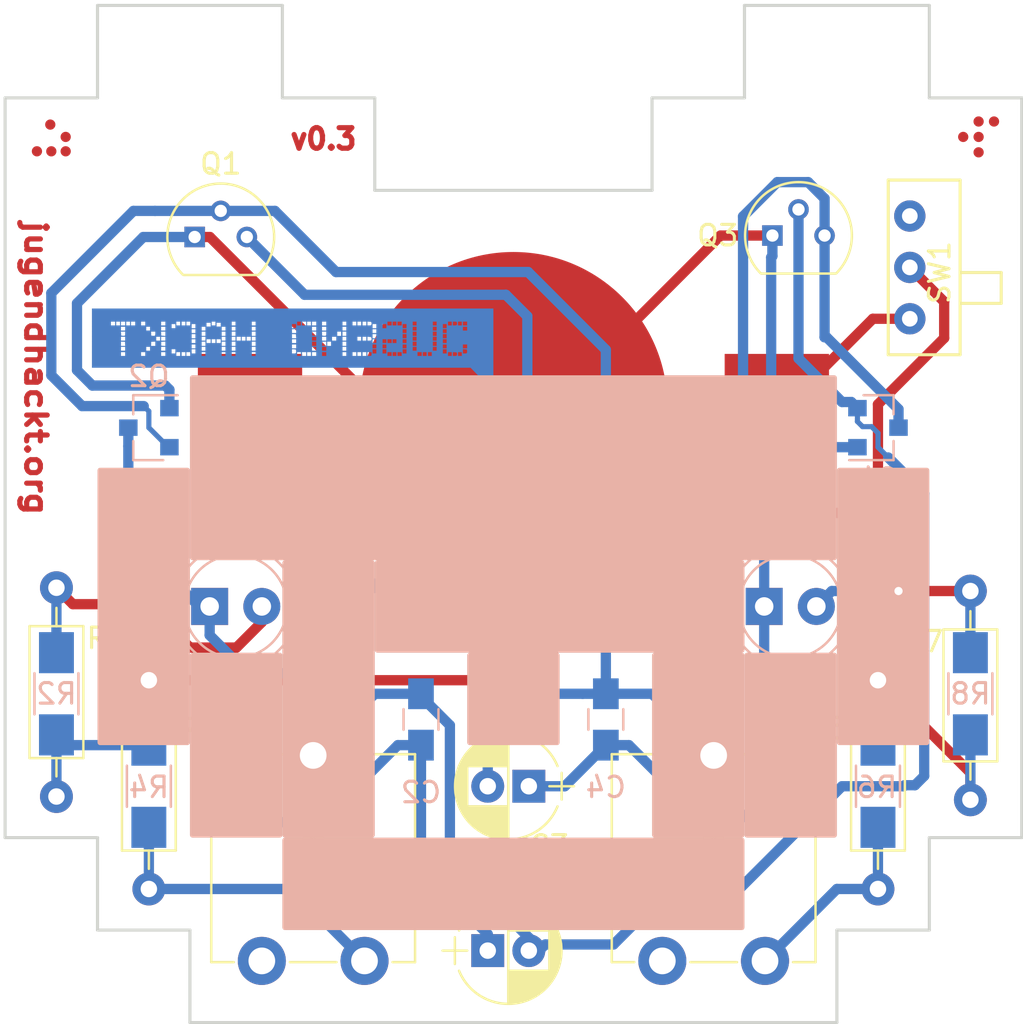
<source format=kicad_pcb>
(kicad_pcb (version 20171130) (host pcbnew 5.0.0)

  (general
    (thickness 1.6)
    (drawings 40)
    (tracks 154)
    (zones 0)
    (modules 36)
    (nets 14)
  )

  (page A4)
  (layers
    (0 F.Cu signal)
    (31 B.Cu signal)
    (32 B.Adhes user)
    (33 F.Adhes user)
    (34 B.Paste user hide)
    (35 F.Paste user)
    (36 B.SilkS user)
    (37 F.SilkS user)
    (38 B.Mask user)
    (39 F.Mask user)
    (40 Dwgs.User user)
    (41 Cmts.User user)
    (42 Eco1.User user)
    (43 Eco2.User user)
    (44 Edge.Cuts user)
    (45 Margin user hide)
    (46 B.CrtYd user)
    (47 F.CrtYd user)
    (48 B.Fab user)
    (49 F.Fab user)
  )

  (setup
    (last_trace_width 0.25)
    (user_trace_width 0.5)
    (user_trace_width 1)
    (trace_clearance 0.2)
    (zone_clearance 0.508)
    (zone_45_only no)
    (trace_min 0.2)
    (segment_width 0.2)
    (edge_width 0.15)
    (via_size 0.6)
    (via_drill 0.4)
    (via_min_size 0.4)
    (via_min_drill 0.3)
    (uvia_size 0.3)
    (uvia_drill 0.1)
    (uvias_allowed no)
    (uvia_min_size 0.2)
    (uvia_min_drill 0.1)
    (pcb_text_width 0.3)
    (pcb_text_size 1.5 1.5)
    (mod_edge_width 0.15)
    (mod_text_size 1 1)
    (mod_text_width 0.15)
    (pad_size 4 4)
    (pad_drill 4)
    (pad_to_mask_clearance 0.2)
    (aux_axis_origin 0 0)
    (visible_elements FFFFFE1F)
    (pcbplotparams
      (layerselection 0x010f0_ffffffff)
      (usegerberextensions false)
      (usegerberattributes false)
      (usegerberadvancedattributes false)
      (creategerberjobfile false)
      (excludeedgelayer true)
      (linewidth 0.100000)
      (plotframeref false)
      (viasonmask false)
      (mode 1)
      (useauxorigin false)
      (hpglpennumber 1)
      (hpglpenspeed 20)
      (hpglpendiameter 15.000000)
      (psnegative false)
      (psa4output false)
      (plotreference true)
      (plotvalue false)
      (plotinvisibletext false)
      (padsonsilk false)
      (subtractmaskfromsilk true)
      (outputformat 1)
      (mirror false)
      (drillshape 0)
      (scaleselection 1)
      (outputdirectory "production_files"))
  )

  (net 0 "")
  (net 1 "Net-(BT1-Pad1)")
  (net 2 "Net-(BT1-Pad2)")
  (net 3 "Net-(C1-Pad1)")
  (net 4 "Net-(C1-Pad2)")
  (net 5 "Net-(C3-Pad1)")
  (net 6 "Net-(C3-Pad2)")
  (net 7 "Net-(D1-Pad2)")
  (net 8 "Net-(R1-Pad1)")
  (net 9 "Net-(R3-Pad2)")
  (net 10 "Net-(R5-Pad2)")
  (net 11 "Net-(RV1-Pad3)")
  (net 12 "Net-(RV2-Pad3)")
  (net 13 "Net-(D2-Pad2)")

  (net_class Default "Dies ist die voreingestellte Netzklasse."
    (clearance 0.2)
    (trace_width 0.25)
    (via_dia 0.6)
    (via_drill 0.4)
    (uvia_dia 0.3)
    (uvia_drill 0.1)
    (add_net "Net-(BT1-Pad1)")
    (add_net "Net-(BT1-Pad2)")
    (add_net "Net-(C1-Pad1)")
    (add_net "Net-(C1-Pad2)")
    (add_net "Net-(C3-Pad1)")
    (add_net "Net-(C3-Pad2)")
    (add_net "Net-(D1-Pad2)")
    (add_net "Net-(D2-Pad2)")
    (add_net "Net-(R1-Pad1)")
    (add_net "Net-(R3-Pad2)")
    (add_net "Net-(R5-Pad2)")
    (add_net "Net-(RV1-Pad3)")
    (add_net "Net-(RV2-Pad3)")
  )

  (module Mounting_Holes:MountingHole_4mm (layer F.Cu) (tedit 5AF187B4) (tstamp 5B7B1DAA)
    (at 36.5 70.25)
    (descr "Mounting Hole 4mm, no annular")
    (tags "mounting hole 4mm no annular")
    (attr virtual)
    (fp_text reference "" (at 2 -3.25) (layer F.SilkS)
      (effects (font (size 1 1) (thickness 0.15)))
    )
    (fp_text value MountingHole_4mm (at 0.1 3.6) (layer F.Fab)
      (effects (font (size 1 1) (thickness 0.15)))
    )
    (fp_text user %R (at 0.3 0) (layer F.Fab)
      (effects (font (size 1 1) (thickness 0.15)))
    )
    (pad "" np_thru_hole circle (at 0 0) (size 4 4) (drill 4) (layers *.Cu *.Mask))
  )

  (module Mounting_Holes:MountingHole_4mm (layer F.Cu) (tedit 5AF187B4) (tstamp 5A8DA1CD)
    (at 68 70.25)
    (descr "Mounting Hole 4mm, no annular")
    (tags "mounting hole 4mm no annular")
    (attr virtual)
    (fp_text reference "" (at 2 -3.25) (layer F.SilkS)
      (effects (font (size 1 1) (thickness 0.15)))
    )
    (fp_text value MountingHole_4mm (at 0.1 3.6) (layer F.Fab)
      (effects (font (size 1 1) (thickness 0.15)))
    )
    (fp_text user %R (at 0.3 0) (layer F.Fab)
      (effects (font (size 1 1) (thickness 0.15)))
    )
    (pad "" np_thru_hole circle (at 0 0) (size 4 4) (drill 4) (layers *.Cu *.Mask))
  )

  (module modules:coinbattery20mm (layer F.Cu) (tedit 59219752) (tstamp 592062DA)
    (at 39.425 96.79)
    (path /591DD6E2)
    (fp_text reference BT1 (at 13 -1) (layer F.SilkS)
      (effects (font (size 1 1) (thickness 0.15)))
    )
    (fp_text value Battery (at 12 -21) (layer F.Fab) hide
      (effects (font (size 1 1) (thickness 0.15)))
    )
    (pad 1 smd rect (at 0 -10.29) (size 5.08 5.08) (layers F.Cu F.Paste F.Mask)
      (net 1 "Net-(BT1-Pad1)"))
    (pad 1 smd rect (at 25.65 -10.29) (size 5.08 5.08) (layers F.Cu F.Paste F.Mask)
      (net 1 "Net-(BT1-Pad1)"))
    (pad 2 smd circle (at 12.825 -10.29) (size 15 15) (layers F.Cu F.Paste F.Mask)
      (net 2 "Net-(BT1-Pad2)"))
  )

  (module Connectors:1pin (layer F.Cu) (tedit 59210525) (tstamp 59210727)
    (at 29.7 72.8)
    (descr "module 1 pin (ou trou mecanique de percage)")
    (tags DEV)
    (fp_text reference REF** (at 0 -3.048) (layer F.SilkS) hide
      (effects (font (size 1 1) (thickness 0.15)))
    )
    (fp_text value 1pin (at 0 3) (layer F.Fab) hide
      (effects (font (size 1 1) (thickness 0.15)))
    )
    (pad 1 smd circle (at 0 0) (size 0.5 0.5) (layers F.Cu F.Paste F.Mask))
  )

  (module Connectors:1pin (layer F.Cu) (tedit 59210530) (tstamp 59210723)
    (at 29.05 74.1)
    (descr "module 1 pin (ou trou mecanique de percage)")
    (tags DEV)
    (fp_text reference REF** (at 0 -3.048) (layer F.SilkS) hide
      (effects (font (size 1 1) (thickness 0.15)))
    )
    (fp_text value 1pin (at 0 3) (layer F.Fab) hide
      (effects (font (size 1 1) (thickness 0.15)))
    )
    (pad 1 smd circle (at 0 0) (size 0.5 0.5) (layers F.Cu F.Paste F.Mask))
  )

  (module Connectors:1pin (layer F.Cu) (tedit 5921053B) (tstamp 5921071F)
    (at 29.75 74.1)
    (descr "module 1 pin (ou trou mecanique de percage)")
    (tags DEV)
    (fp_text reference REF** (at 0 -3.048) (layer F.SilkS) hide
      (effects (font (size 1 1) (thickness 0.15)))
    )
    (fp_text value 1pin (at 0 3) (layer F.Fab) hide
      (effects (font (size 1 1) (thickness 0.15)))
    )
    (pad 1 smd circle (at 0 0) (size 0.5 0.5) (layers F.Cu F.Paste F.Mask))
  )

  (module Connectors:1pin (layer F.Cu) (tedit 59210520) (tstamp 5921071B)
    (at 30.45 74.1)
    (descr "module 1 pin (ou trou mecanique de percage)")
    (tags DEV)
    (fp_text reference REF** (at 0 -3.048) (layer F.SilkS) hide
      (effects (font (size 1 1) (thickness 0.15)))
    )
    (fp_text value 1pin (at 0 3) (layer F.Fab) hide
      (effects (font (size 1 1) (thickness 0.15)))
    )
    (pad 1 smd circle (at 0 0) (size 0.5 0.5) (layers F.Cu F.Paste F.Mask))
  )

  (module Connectors:1pin (layer F.Cu) (tedit 59210529) (tstamp 59210717)
    (at 30.45 73.4)
    (descr "module 1 pin (ou trou mecanique de percage)")
    (tags DEV)
    (fp_text reference REF** (at 0 -3.048) (layer F.SilkS) hide
      (effects (font (size 1 1) (thickness 0.15)))
    )
    (fp_text value 1pin (at 0 3) (layer F.Fab) hide
      (effects (font (size 1 1) (thickness 0.15)))
    )
    (pad 1 smd circle (at 0 0) (size 0.5 0.5) (layers F.Cu F.Paste F.Mask))
  )

  (module Connectors:1pin (layer F.Cu) (tedit 59210529) (tstamp 5921050E)
    (at 74.15 73.4)
    (descr "module 1 pin (ou trou mecanique de percage)")
    (tags DEV)
    (fp_text reference REF** (at 0 -3.048) (layer F.SilkS) hide
      (effects (font (size 1 1) (thickness 0.15)))
    )
    (fp_text value 1pin (at 0 3) (layer F.Fab) hide
      (effects (font (size 1 1) (thickness 0.15)))
    )
    (pad 1 smd circle (at 0 0) (size 0.5 0.5) (layers F.Cu F.Paste F.Mask))
  )

  (module Connectors:1pin (layer F.Cu) (tedit 59210520) (tstamp 592104EF)
    (at 75.65 72.65)
    (descr "module 1 pin (ou trou mecanique de percage)")
    (tags DEV)
    (fp_text reference REF** (at 0 -3.048) (layer F.SilkS) hide
      (effects (font (size 1 1) (thickness 0.15)))
    )
    (fp_text value 1pin (at 0 3) (layer F.Fab) hide
      (effects (font (size 1 1) (thickness 0.15)))
    )
    (pad 1 smd circle (at 0 0) (size 0.5 0.5) (layers F.Cu F.Paste F.Mask))
  )

  (module Connectors:1pin (layer F.Cu) (tedit 5921053B) (tstamp 592104D4)
    (at 74.9 74.15)
    (descr "module 1 pin (ou trou mecanique de percage)")
    (tags DEV)
    (fp_text reference REF** (at 0 -3.048) (layer F.SilkS) hide
      (effects (font (size 1 1) (thickness 0.15)))
    )
    (fp_text value 1pin (at 0 3) (layer F.Fab) hide
      (effects (font (size 1 1) (thickness 0.15)))
    )
    (pad 1 smd circle (at 0 0) (size 0.5 0.5) (layers F.Cu F.Paste F.Mask))
  )

  (module Connectors:1pin (layer F.Cu) (tedit 59210530) (tstamp 592104C0)
    (at 74.9 73.4)
    (descr "module 1 pin (ou trou mecanique de percage)")
    (tags DEV)
    (fp_text reference REF** (at 0 -3.048) (layer F.SilkS) hide
      (effects (font (size 1 1) (thickness 0.15)))
    )
    (fp_text value 1pin (at 0 3) (layer F.Fab) hide
      (effects (font (size 1 1) (thickness 0.15)))
    )
    (pad 1 smd circle (at 0 0) (size 0.5 0.5) (layers F.Cu F.Paste F.Mask))
  )

  (module Connectors:1pin (layer F.Cu) (tedit 59210525) (tstamp 59210350)
    (at 74.9 72.65)
    (descr "module 1 pin (ou trou mecanique de percage)")
    (tags DEV)
    (fp_text reference REF** (at 0 -3.048) (layer F.SilkS) hide
      (effects (font (size 1 1) (thickness 0.15)))
    )
    (fp_text value 1pin (at 0 3) (layer F.Fab) hide
      (effects (font (size 1 1) (thickness 0.15)))
    )
    (pad 1 smd circle (at 0 0) (size 0.5 0.5) (layers F.Cu F.Paste F.Mask))
  )

  (module Potentiometers:Potentiometer_Trimmer_ACP_CA9v_Horizontal_Px10.0mm_Py5.0mm (layer F.Cu) (tedit 59210F4E) (tstamp 59206548)
    (at 64.5 113.5 90)
    (descr "Potentiometer, horizontally mounted, Omeg PC16PU, Omeg PC16PU, Omeg PC16PU, Vishay/Spectrol 248GJ/249GJ Single, Vishay/Spectrol 248GJ/249GJ Single, Vishay/Spectrol 248GJ/249GJ Single, Vishay/Spectrol 248GH/249GH Single, Vishay/Spectrol 148/149 Single, Vishay/Spectrol 148/149 Single, Vishay/Spectrol 148/149 Single, Vishay/Spectrol 148A/149A Single with mounting plates, Vishay/Spectrol 148/149 Double, Vishay/Spectrol 148A/149A Double with mounting plates, Piher PC-16 Single, Piher PC-16 Single, Piher PC-16 Single, Piher PC-16SV Single, Piher PC-16 Double, Piher PC-16 Triple, Piher T16H Single, Piher T16L Single, Piher T16H Double, Alps RK163 Single, Alps RK163 Double, Alps RK097 Single, Alps RK097 Double, Bourns PTV09A-2 Single with mounting sleve Single, Bourns PTV09A-1 with mounting sleve Single, Bourns PRS11S Single, Alps RK09K Single with mounting sleve Single, Alps RK09K with mounting sleve Single, Alps RK09L Single, Alps RK09L Single, Alps RK09L Double, Alps RK09L Double, Alps RK09Y Single, Bourns 3339S Single, Bourns 3339S Single, Bourns 3339P Single, Bourns 3339H Single, Vishay T7YA Single, Suntan TSR-3386H Single, Suntan TSR-3386H Single, Suntan TSR-3386P Single, Vishay T73XX Single, Vishay T73XX Single, Vishay T73YP Single, Piher PT-6h Single, Piher PT-6v Single, Piher PT-6v Single, Piher PT-10h2.5 Single, Piher PT-10h5 Single, Piher PT-101h3.8 Single, Piher PT-10v10 Single, Piher PT-10v10 Single, Piher PT-10v5 Single, Piher PT-15h5 Single, Piher PT-15h2.5 Single, Piher PT-15B Single, Piher PT-15hc5 Single, Piher PT-15v12.5 Single, Piher PT-15v12.5 Single, Piher PT-15v15 Single, Piher PT-15v15 Single, ACP CA6h Single, ACP CA6v Single, ACP CA6v Single, ACP CA6VSMD Single, ACP CA6VSMD Single, ACP CA9h2.5 Single, ACP CA9h3.8 Single, ACP CA9h5 Single, ACP CA9V Single, http://www.acptechnologies.com/wp-content/uploads/2016/12/ACP-CAT%C3%81LOGO-ENTERO-2016.pdf")
    (tags "Potentiometer horizontal  Omeg PC16PU  Omeg PC16PU  Omeg PC16PU  Vishay/Spectrol 248GJ/249GJ Single  Vishay/Spectrol 248GJ/249GJ Single  Vishay/Spectrol 248GJ/249GJ Single  Vishay/Spectrol 248GH/249GH Single  Vishay/Spectrol 148/149 Single  Vishay/Spectrol 148/149 Single  Vishay/Spectrol 148/149 Single  Vishay/Spectrol 148A/149A Single with mounting plates  Vishay/Spectrol 148/149 Double  Vishay/Spectrol 148A/149A Double with mounting plates  Piher PC-16 Single  Piher PC-16 Single  Piher PC-16 Single  Piher PC-16SV Single  Piher PC-16 Double  Piher PC-16 Triple  Piher T16H Single  Piher T16L Single  Piher T16H Double  Alps RK163 Single  Alps RK163 Double  Alps RK097 Single  Alps RK097 Double  Bourns PTV09A-2 Single with mounting sleve Single  Bourns PTV09A-1 with mounting sleve Single  Bourns PRS11S Single  Alps RK09K Single with mounting sleve Single  Alps RK09K with mounting sleve Single  Alps RK09L Single  Alps RK09L Single  Alps RK09L Double  Alps RK09L Double  Alps RK09Y Single  Bourns 3339S Single  Bourns 3339S Single  Bourns 3339P Single  Bourns 3339H Single  Vishay T7YA Single  Suntan TSR-3386H Single  Suntan TSR-3386H Single  Suntan TSR-3386P Single  Vishay T73XX Single  Vishay T73XX Single  Vishay T73YP Single  Piher PT-6h Single  Piher PT-6v Single  Piher PT-6v Single  Piher PT-10h2.5 Single  Piher PT-10h5 Single  Piher PT-101h3.8 Single  Piher PT-10v10 Single  Piher PT-10v10 Single  Piher PT-10v5 Single  Piher PT-15h5 Single  Piher PT-15h2.5 Single  Piher PT-15B Single  Piher PT-15hc5 Single  Piher PT-15v12.5 Single  Piher PT-15v12.5 Single  Piher PT-15v15 Single  Piher PT-15v15 Single  ACP CA6h Single  ACP CA6v Single  ACP CA6v Single  ACP CA6VSMD Single  ACP CA6VSMD Single  ACP CA9h2.5 Single  ACP CA9h3.8 Single  ACP CA9h5 Single  ACP CA9V Single")
    (path /592052D9)
    (fp_text reference RV2 (at 2.25 -2.5 180) (layer F.SilkS)
      (effects (font (size 1 1) (thickness 0.15)))
    )
    (fp_text value POT_TRIM (at 2.25 -2.5 180) (layer F.Fab) hide
      (effects (font (size 1 1) (thickness 0.15)))
    )
    (fp_circle (center 5 -2.5) (end 6.5 -2.5) (layer F.Fab) (width 0.1))
    (fp_circle (center 5 -2.5) (end 6.05 -2.5) (layer F.Fab) (width 0.1))
    (fp_circle (center 5 -2.5) (end 6.05 -2.5) (layer F.SilkS) (width 0.12))
    (fp_line (start 0 -7.4) (end 0 2.4) (layer F.Fab) (width 0.1))
    (fp_line (start 0 2.4) (end 10 2.4) (layer F.Fab) (width 0.1))
    (fp_line (start 10 2.4) (end 10 -7.4) (layer F.Fab) (width 0.1))
    (fp_line (start 10 -7.4) (end 0 -7.4) (layer F.Fab) (width 0.1))
    (fp_line (start -0.06 -7.461) (end 10.06 -7.461) (layer F.SilkS) (width 0.12))
    (fp_line (start -0.06 2.46) (end 10.06 2.46) (layer F.SilkS) (width 0.12))
    (fp_line (start -0.06 -7.461) (end -0.06 -6.365) (layer F.SilkS) (width 0.12))
    (fp_line (start -0.06 -3.635) (end -0.06 -1.365) (layer F.SilkS) (width 0.12))
    (fp_line (start -0.06 1.365) (end -0.06 2.46) (layer F.SilkS) (width 0.12))
    (fp_line (start 10.06 -7.461) (end 10.06 -3.865) (layer F.SilkS) (width 0.12))
    (fp_line (start 10.06 -1.135) (end 10.06 2.46) (layer F.SilkS) (width 0.12))
    (fp_line (start -1.45 -7.65) (end -1.45 2.7) (layer F.CrtYd) (width 0.05))
    (fp_line (start -1.45 2.7) (end 11.45 2.7) (layer F.CrtYd) (width 0.05))
    (fp_line (start 11.45 2.7) (end 11.45 -7.65) (layer F.CrtYd) (width 0.05))
    (fp_line (start 11.45 -7.65) (end -1.45 -7.65) (layer F.CrtYd) (width 0.05))
    (pad 3 thru_hole circle (at 0 -5 90) (size 2.34 2.34) (drill 1.3) (layers *.Cu *.Mask)
      (net 12 "Net-(RV2-Pad3)"))
    (pad 2 thru_hole circle (at 10 -2.5 90) (size 2.34 2.34) (drill 1.3) (layers *.Cu *.Mask)
      (net 6 "Net-(C3-Pad2)"))
    (pad 1 thru_hole circle (at 0 0 90) (size 2.34 2.34) (drill 1.3) (layers *.Cu *.Mask)
      (net 10 "Net-(R5-Pad2)"))
    (model Potentiometers.3dshapes/Potentiometer_Trimmer_ACP_CA9v_Horizontal_Px10.0mm_Py5.0mm.wrl
      (at (xyz 0 0 0))
      (scale (xyz 0.393701 0.393701 0.393701))
      (rotate (xyz 0 0 0))
    )
  )

  (module Capacitors_THT:CP_Radial_D5.0mm_P2.00mm (layer F.Cu) (tedit 592185A8) (tstamp 5920635E)
    (at 51 113)
    (descr "CP, Radial series, Radial, pin pitch=2.00mm, , diameter=5mm, Electrolytic Capacitor")
    (tags "CP Radial series Radial pin pitch 2.00mm  diameter 5mm Electrolytic Capacitor")
    (path /591DDBDF)
    (fp_text reference C1 (at -1.1 -2.85) (layer F.SilkS)
      (effects (font (size 1 1) (thickness 0.15)))
    )
    (fp_text value CP (at 1 3.56) (layer F.Fab) hide
      (effects (font (size 1 1) (thickness 0.15)))
    )
    (fp_arc (start 1 0) (end -1.397436 -0.98) (angle 135.5) (layer F.SilkS) (width 0.12))
    (fp_arc (start 1 0) (end -1.397436 0.98) (angle -135.5) (layer F.SilkS) (width 0.12))
    (fp_arc (start 1 0) (end 3.397436 -0.98) (angle 44.5) (layer F.SilkS) (width 0.12))
    (fp_circle (center 1 0) (end 3.5 0) (layer F.Fab) (width 0.1))
    (fp_line (start -2.2 0) (end -1 0) (layer F.Fab) (width 0.1))
    (fp_line (start -1.6 -0.65) (end -1.6 0.65) (layer F.Fab) (width 0.1))
    (fp_line (start 1 -2.55) (end 1 2.55) (layer F.SilkS) (width 0.12))
    (fp_line (start 1.04 -2.55) (end 1.04 -0.98) (layer F.SilkS) (width 0.12))
    (fp_line (start 1.04 0.98) (end 1.04 2.55) (layer F.SilkS) (width 0.12))
    (fp_line (start 1.08 -2.549) (end 1.08 -0.98) (layer F.SilkS) (width 0.12))
    (fp_line (start 1.08 0.98) (end 1.08 2.549) (layer F.SilkS) (width 0.12))
    (fp_line (start 1.12 -2.548) (end 1.12 -0.98) (layer F.SilkS) (width 0.12))
    (fp_line (start 1.12 0.98) (end 1.12 2.548) (layer F.SilkS) (width 0.12))
    (fp_line (start 1.16 -2.546) (end 1.16 -0.98) (layer F.SilkS) (width 0.12))
    (fp_line (start 1.16 0.98) (end 1.16 2.546) (layer F.SilkS) (width 0.12))
    (fp_line (start 1.2 -2.543) (end 1.2 -0.98) (layer F.SilkS) (width 0.12))
    (fp_line (start 1.2 0.98) (end 1.2 2.543) (layer F.SilkS) (width 0.12))
    (fp_line (start 1.24 -2.539) (end 1.24 -0.98) (layer F.SilkS) (width 0.12))
    (fp_line (start 1.24 0.98) (end 1.24 2.539) (layer F.SilkS) (width 0.12))
    (fp_line (start 1.28 -2.535) (end 1.28 -0.98) (layer F.SilkS) (width 0.12))
    (fp_line (start 1.28 0.98) (end 1.28 2.535) (layer F.SilkS) (width 0.12))
    (fp_line (start 1.32 -2.531) (end 1.32 -0.98) (layer F.SilkS) (width 0.12))
    (fp_line (start 1.32 0.98) (end 1.32 2.531) (layer F.SilkS) (width 0.12))
    (fp_line (start 1.36 -2.525) (end 1.36 -0.98) (layer F.SilkS) (width 0.12))
    (fp_line (start 1.36 0.98) (end 1.36 2.525) (layer F.SilkS) (width 0.12))
    (fp_line (start 1.4 -2.519) (end 1.4 -0.98) (layer F.SilkS) (width 0.12))
    (fp_line (start 1.4 0.98) (end 1.4 2.519) (layer F.SilkS) (width 0.12))
    (fp_line (start 1.44 -2.513) (end 1.44 -0.98) (layer F.SilkS) (width 0.12))
    (fp_line (start 1.44 0.98) (end 1.44 2.513) (layer F.SilkS) (width 0.12))
    (fp_line (start 1.48 -2.506) (end 1.48 -0.98) (layer F.SilkS) (width 0.12))
    (fp_line (start 1.48 0.98) (end 1.48 2.506) (layer F.SilkS) (width 0.12))
    (fp_line (start 1.52 -2.498) (end 1.52 -0.98) (layer F.SilkS) (width 0.12))
    (fp_line (start 1.52 0.98) (end 1.52 2.498) (layer F.SilkS) (width 0.12))
    (fp_line (start 1.56 -2.489) (end 1.56 -0.98) (layer F.SilkS) (width 0.12))
    (fp_line (start 1.56 0.98) (end 1.56 2.489) (layer F.SilkS) (width 0.12))
    (fp_line (start 1.6 -2.48) (end 1.6 -0.98) (layer F.SilkS) (width 0.12))
    (fp_line (start 1.6 0.98) (end 1.6 2.48) (layer F.SilkS) (width 0.12))
    (fp_line (start 1.64 -2.47) (end 1.64 -0.98) (layer F.SilkS) (width 0.12))
    (fp_line (start 1.64 0.98) (end 1.64 2.47) (layer F.SilkS) (width 0.12))
    (fp_line (start 1.68 -2.46) (end 1.68 -0.98) (layer F.SilkS) (width 0.12))
    (fp_line (start 1.68 0.98) (end 1.68 2.46) (layer F.SilkS) (width 0.12))
    (fp_line (start 1.721 -2.448) (end 1.721 -0.98) (layer F.SilkS) (width 0.12))
    (fp_line (start 1.721 0.98) (end 1.721 2.448) (layer F.SilkS) (width 0.12))
    (fp_line (start 1.761 -2.436) (end 1.761 -0.98) (layer F.SilkS) (width 0.12))
    (fp_line (start 1.761 0.98) (end 1.761 2.436) (layer F.SilkS) (width 0.12))
    (fp_line (start 1.801 -2.424) (end 1.801 -0.98) (layer F.SilkS) (width 0.12))
    (fp_line (start 1.801 0.98) (end 1.801 2.424) (layer F.SilkS) (width 0.12))
    (fp_line (start 1.841 -2.41) (end 1.841 -0.98) (layer F.SilkS) (width 0.12))
    (fp_line (start 1.841 0.98) (end 1.841 2.41) (layer F.SilkS) (width 0.12))
    (fp_line (start 1.881 -2.396) (end 1.881 -0.98) (layer F.SilkS) (width 0.12))
    (fp_line (start 1.881 0.98) (end 1.881 2.396) (layer F.SilkS) (width 0.12))
    (fp_line (start 1.921 -2.382) (end 1.921 -0.98) (layer F.SilkS) (width 0.12))
    (fp_line (start 1.921 0.98) (end 1.921 2.382) (layer F.SilkS) (width 0.12))
    (fp_line (start 1.961 -2.366) (end 1.961 -0.98) (layer F.SilkS) (width 0.12))
    (fp_line (start 1.961 0.98) (end 1.961 2.366) (layer F.SilkS) (width 0.12))
    (fp_line (start 2.001 -2.35) (end 2.001 -0.98) (layer F.SilkS) (width 0.12))
    (fp_line (start 2.001 0.98) (end 2.001 2.35) (layer F.SilkS) (width 0.12))
    (fp_line (start 2.041 -2.333) (end 2.041 -0.98) (layer F.SilkS) (width 0.12))
    (fp_line (start 2.041 0.98) (end 2.041 2.333) (layer F.SilkS) (width 0.12))
    (fp_line (start 2.081 -2.315) (end 2.081 -0.98) (layer F.SilkS) (width 0.12))
    (fp_line (start 2.081 0.98) (end 2.081 2.315) (layer F.SilkS) (width 0.12))
    (fp_line (start 2.121 -2.296) (end 2.121 -0.98) (layer F.SilkS) (width 0.12))
    (fp_line (start 2.121 0.98) (end 2.121 2.296) (layer F.SilkS) (width 0.12))
    (fp_line (start 2.161 -2.276) (end 2.161 -0.98) (layer F.SilkS) (width 0.12))
    (fp_line (start 2.161 0.98) (end 2.161 2.276) (layer F.SilkS) (width 0.12))
    (fp_line (start 2.201 -2.256) (end 2.201 -0.98) (layer F.SilkS) (width 0.12))
    (fp_line (start 2.201 0.98) (end 2.201 2.256) (layer F.SilkS) (width 0.12))
    (fp_line (start 2.241 -2.234) (end 2.241 -0.98) (layer F.SilkS) (width 0.12))
    (fp_line (start 2.241 0.98) (end 2.241 2.234) (layer F.SilkS) (width 0.12))
    (fp_line (start 2.281 -2.212) (end 2.281 -0.98) (layer F.SilkS) (width 0.12))
    (fp_line (start 2.281 0.98) (end 2.281 2.212) (layer F.SilkS) (width 0.12))
    (fp_line (start 2.321 -2.189) (end 2.321 -0.98) (layer F.SilkS) (width 0.12))
    (fp_line (start 2.321 0.98) (end 2.321 2.189) (layer F.SilkS) (width 0.12))
    (fp_line (start 2.361 -2.165) (end 2.361 -0.98) (layer F.SilkS) (width 0.12))
    (fp_line (start 2.361 0.98) (end 2.361 2.165) (layer F.SilkS) (width 0.12))
    (fp_line (start 2.401 -2.14) (end 2.401 -0.98) (layer F.SilkS) (width 0.12))
    (fp_line (start 2.401 0.98) (end 2.401 2.14) (layer F.SilkS) (width 0.12))
    (fp_line (start 2.441 -2.113) (end 2.441 -0.98) (layer F.SilkS) (width 0.12))
    (fp_line (start 2.441 0.98) (end 2.441 2.113) (layer F.SilkS) (width 0.12))
    (fp_line (start 2.481 -2.086) (end 2.481 -0.98) (layer F.SilkS) (width 0.12))
    (fp_line (start 2.481 0.98) (end 2.481 2.086) (layer F.SilkS) (width 0.12))
    (fp_line (start 2.521 -2.058) (end 2.521 -0.98) (layer F.SilkS) (width 0.12))
    (fp_line (start 2.521 0.98) (end 2.521 2.058) (layer F.SilkS) (width 0.12))
    (fp_line (start 2.561 -2.028) (end 2.561 -0.98) (layer F.SilkS) (width 0.12))
    (fp_line (start 2.561 0.98) (end 2.561 2.028) (layer F.SilkS) (width 0.12))
    (fp_line (start 2.601 -1.997) (end 2.601 -0.98) (layer F.SilkS) (width 0.12))
    (fp_line (start 2.601 0.98) (end 2.601 1.997) (layer F.SilkS) (width 0.12))
    (fp_line (start 2.641 -1.965) (end 2.641 -0.98) (layer F.SilkS) (width 0.12))
    (fp_line (start 2.641 0.98) (end 2.641 1.965) (layer F.SilkS) (width 0.12))
    (fp_line (start 2.681 -1.932) (end 2.681 -0.98) (layer F.SilkS) (width 0.12))
    (fp_line (start 2.681 0.98) (end 2.681 1.932) (layer F.SilkS) (width 0.12))
    (fp_line (start 2.721 -1.897) (end 2.721 -0.98) (layer F.SilkS) (width 0.12))
    (fp_line (start 2.721 0.98) (end 2.721 1.897) (layer F.SilkS) (width 0.12))
    (fp_line (start 2.761 -1.861) (end 2.761 -0.98) (layer F.SilkS) (width 0.12))
    (fp_line (start 2.761 0.98) (end 2.761 1.861) (layer F.SilkS) (width 0.12))
    (fp_line (start 2.801 -1.823) (end 2.801 -0.98) (layer F.SilkS) (width 0.12))
    (fp_line (start 2.801 0.98) (end 2.801 1.823) (layer F.SilkS) (width 0.12))
    (fp_line (start 2.841 -1.783) (end 2.841 -0.98) (layer F.SilkS) (width 0.12))
    (fp_line (start 2.841 0.98) (end 2.841 1.783) (layer F.SilkS) (width 0.12))
    (fp_line (start 2.881 -1.742) (end 2.881 -0.98) (layer F.SilkS) (width 0.12))
    (fp_line (start 2.881 0.98) (end 2.881 1.742) (layer F.SilkS) (width 0.12))
    (fp_line (start 2.921 -1.699) (end 2.921 -0.98) (layer F.SilkS) (width 0.12))
    (fp_line (start 2.921 0.98) (end 2.921 1.699) (layer F.SilkS) (width 0.12))
    (fp_line (start 2.961 -1.654) (end 2.961 -0.98) (layer F.SilkS) (width 0.12))
    (fp_line (start 2.961 0.98) (end 2.961 1.654) (layer F.SilkS) (width 0.12))
    (fp_line (start 3.001 -1.606) (end 3.001 1.606) (layer F.SilkS) (width 0.12))
    (fp_line (start 3.041 -1.556) (end 3.041 1.556) (layer F.SilkS) (width 0.12))
    (fp_line (start 3.081 -1.504) (end 3.081 1.504) (layer F.SilkS) (width 0.12))
    (fp_line (start 3.121 -1.448) (end 3.121 1.448) (layer F.SilkS) (width 0.12))
    (fp_line (start 3.161 -1.39) (end 3.161 1.39) (layer F.SilkS) (width 0.12))
    (fp_line (start 3.201 -1.327) (end 3.201 1.327) (layer F.SilkS) (width 0.12))
    (fp_line (start 3.241 -1.261) (end 3.241 1.261) (layer F.SilkS) (width 0.12))
    (fp_line (start 3.281 -1.189) (end 3.281 1.189) (layer F.SilkS) (width 0.12))
    (fp_line (start 3.321 -1.112) (end 3.321 1.112) (layer F.SilkS) (width 0.12))
    (fp_line (start 3.361 -1.028) (end 3.361 1.028) (layer F.SilkS) (width 0.12))
    (fp_line (start 3.401 -0.934) (end 3.401 0.934) (layer F.SilkS) (width 0.12))
    (fp_line (start 3.441 -0.829) (end 3.441 0.829) (layer F.SilkS) (width 0.12))
    (fp_line (start 3.481 -0.707) (end 3.481 0.707) (layer F.SilkS) (width 0.12))
    (fp_line (start 3.521 -0.559) (end 3.521 0.559) (layer F.SilkS) (width 0.12))
    (fp_line (start 3.561 -0.354) (end 3.561 0.354) (layer F.SilkS) (width 0.12))
    (fp_line (start -2.2 0) (end -1 0) (layer F.SilkS) (width 0.12))
    (fp_line (start -1.6 -0.65) (end -1.6 0.65) (layer F.SilkS) (width 0.12))
    (fp_line (start -1.85 -2.85) (end -1.85 2.85) (layer F.CrtYd) (width 0.05))
    (fp_line (start -1.85 2.85) (end 3.85 2.85) (layer F.CrtYd) (width 0.05))
    (fp_line (start 3.85 2.85) (end 3.85 -2.85) (layer F.CrtYd) (width 0.05))
    (fp_line (start 3.85 -2.85) (end -1.85 -2.85) (layer F.CrtYd) (width 0.05))
    (pad 1 thru_hole rect (at 0 0) (size 1.6 1.6) (drill 0.8) (layers *.Cu *.Mask)
      (net 3 "Net-(C1-Pad1)"))
    (pad 2 thru_hole circle (at 2 0) (size 1.6 1.6) (drill 0.8) (layers *.Cu *.Mask)
      (net 4 "Net-(C1-Pad2)"))
    (model Capacitors_THT.3dshapes/CP_Radial_D5.0mm_P2.00mm.wrl
      (at (xyz 0 0 0))
      (scale (xyz 0.393701 0.393701 0.393701))
      (rotate (xyz 0 0 0))
    )
  )

  (module Capacitors_SMD:C_0805_HandSoldering (layer B.Cu) (tedit 5922D200) (tstamp 5920636F)
    (at 47.75 101.75 270)
    (descr "Capacitor SMD 0805, hand soldering")
    (tags "capacitor 0805")
    (path /591E32A3)
    (attr smd)
    (fp_text reference C2 (at 3.55 0) (layer B.SilkS)
      (effects (font (size 1 1) (thickness 0.15)) (justify mirror))
    )
    (fp_text value C (at 0 -1.75 270) (layer B.Fab)
      (effects (font (size 1 1) (thickness 0.15)) (justify mirror))
    )
    (fp_text user %R (at 0 1.75 270) (layer B.Fab)
      (effects (font (size 1 1) (thickness 0.15)) (justify mirror))
    )
    (fp_line (start -1 -0.62) (end -1 0.62) (layer B.Fab) (width 0.1))
    (fp_line (start 1 -0.62) (end -1 -0.62) (layer B.Fab) (width 0.1))
    (fp_line (start 1 0.62) (end 1 -0.62) (layer B.Fab) (width 0.1))
    (fp_line (start -1 0.62) (end 1 0.62) (layer B.Fab) (width 0.1))
    (fp_line (start 0.5 0.85) (end -0.5 0.85) (layer B.SilkS) (width 0.12))
    (fp_line (start -0.5 -0.85) (end 0.5 -0.85) (layer B.SilkS) (width 0.12))
    (fp_line (start -2.25 0.88) (end 2.25 0.88) (layer B.CrtYd) (width 0.05))
    (fp_line (start -2.25 0.88) (end -2.25 -0.87) (layer B.CrtYd) (width 0.05))
    (fp_line (start 2.25 -0.87) (end 2.25 0.88) (layer B.CrtYd) (width 0.05))
    (fp_line (start 2.25 -0.87) (end -2.25 -0.87) (layer B.CrtYd) (width 0.05))
    (pad 1 smd rect (at -1.25 0 270) (size 1.5 1.25) (layers B.Cu B.Paste B.Mask)
      (net 4 "Net-(C1-Pad2)"))
    (pad 2 smd rect (at 1.25 0 270) (size 1.5 1.25) (layers B.Cu B.Paste B.Mask)
      (net 3 "Net-(C1-Pad1)"))
    (model Capacitors_SMD.3dshapes/C_0805.wrl
      (at (xyz 0 0 0))
      (scale (xyz 1 1 1))
      (rotate (xyz 0 0 0))
    )
  )

  (module Capacitors_THT:CP_Radial_D5.0mm_P2.00mm (layer F.Cu) (tedit 5922D777) (tstamp 592063F3)
    (at 53 105 180)
    (descr "CP, Radial series, Radial, pin pitch=2.00mm, , diameter=5mm, Electrolytic Capacitor")
    (tags "CP Radial series Radial pin pitch 2.00mm  diameter 5mm Electrolytic Capacitor")
    (path /591DE2D7)
    (fp_text reference C3 (at -1 -2.9 180) (layer F.SilkS)
      (effects (font (size 1 1) (thickness 0.15)))
    )
    (fp_text value CP (at 1 3.56 180) (layer F.Fab) hide
      (effects (font (size 1 1) (thickness 0.15)))
    )
    (fp_arc (start 1 0) (end -1.397436 -0.98) (angle 135.5) (layer F.SilkS) (width 0.12))
    (fp_arc (start 1 0) (end -1.397436 0.98) (angle -135.5) (layer F.SilkS) (width 0.12))
    (fp_arc (start 1 0) (end 3.397436 -0.98) (angle 44.5) (layer F.SilkS) (width 0.12))
    (fp_circle (center 1 0) (end 3.5 0) (layer F.Fab) (width 0.1))
    (fp_line (start -2.2 0) (end -1 0) (layer F.Fab) (width 0.1))
    (fp_line (start -1.6 -0.65) (end -1.6 0.65) (layer F.Fab) (width 0.1))
    (fp_line (start 1 -2.55) (end 1 2.55) (layer F.SilkS) (width 0.12))
    (fp_line (start 1.04 -2.55) (end 1.04 -0.98) (layer F.SilkS) (width 0.12))
    (fp_line (start 1.04 0.98) (end 1.04 2.55) (layer F.SilkS) (width 0.12))
    (fp_line (start 1.08 -2.549) (end 1.08 -0.98) (layer F.SilkS) (width 0.12))
    (fp_line (start 1.08 0.98) (end 1.08 2.549) (layer F.SilkS) (width 0.12))
    (fp_line (start 1.12 -2.548) (end 1.12 -0.98) (layer F.SilkS) (width 0.12))
    (fp_line (start 1.12 0.98) (end 1.12 2.548) (layer F.SilkS) (width 0.12))
    (fp_line (start 1.16 -2.546) (end 1.16 -0.98) (layer F.SilkS) (width 0.12))
    (fp_line (start 1.16 0.98) (end 1.16 2.546) (layer F.SilkS) (width 0.12))
    (fp_line (start 1.2 -2.543) (end 1.2 -0.98) (layer F.SilkS) (width 0.12))
    (fp_line (start 1.2 0.98) (end 1.2 2.543) (layer F.SilkS) (width 0.12))
    (fp_line (start 1.24 -2.539) (end 1.24 -0.98) (layer F.SilkS) (width 0.12))
    (fp_line (start 1.24 0.98) (end 1.24 2.539) (layer F.SilkS) (width 0.12))
    (fp_line (start 1.28 -2.535) (end 1.28 -0.98) (layer F.SilkS) (width 0.12))
    (fp_line (start 1.28 0.98) (end 1.28 2.535) (layer F.SilkS) (width 0.12))
    (fp_line (start 1.32 -2.531) (end 1.32 -0.98) (layer F.SilkS) (width 0.12))
    (fp_line (start 1.32 0.98) (end 1.32 2.531) (layer F.SilkS) (width 0.12))
    (fp_line (start 1.36 -2.525) (end 1.36 -0.98) (layer F.SilkS) (width 0.12))
    (fp_line (start 1.36 0.98) (end 1.36 2.525) (layer F.SilkS) (width 0.12))
    (fp_line (start 1.4 -2.519) (end 1.4 -0.98) (layer F.SilkS) (width 0.12))
    (fp_line (start 1.4 0.98) (end 1.4 2.519) (layer F.SilkS) (width 0.12))
    (fp_line (start 1.44 -2.513) (end 1.44 -0.98) (layer F.SilkS) (width 0.12))
    (fp_line (start 1.44 0.98) (end 1.44 2.513) (layer F.SilkS) (width 0.12))
    (fp_line (start 1.48 -2.506) (end 1.48 -0.98) (layer F.SilkS) (width 0.12))
    (fp_line (start 1.48 0.98) (end 1.48 2.506) (layer F.SilkS) (width 0.12))
    (fp_line (start 1.52 -2.498) (end 1.52 -0.98) (layer F.SilkS) (width 0.12))
    (fp_line (start 1.52 0.98) (end 1.52 2.498) (layer F.SilkS) (width 0.12))
    (fp_line (start 1.56 -2.489) (end 1.56 -0.98) (layer F.SilkS) (width 0.12))
    (fp_line (start 1.56 0.98) (end 1.56 2.489) (layer F.SilkS) (width 0.12))
    (fp_line (start 1.6 -2.48) (end 1.6 -0.98) (layer F.SilkS) (width 0.12))
    (fp_line (start 1.6 0.98) (end 1.6 2.48) (layer F.SilkS) (width 0.12))
    (fp_line (start 1.64 -2.47) (end 1.64 -0.98) (layer F.SilkS) (width 0.12))
    (fp_line (start 1.64 0.98) (end 1.64 2.47) (layer F.SilkS) (width 0.12))
    (fp_line (start 1.68 -2.46) (end 1.68 -0.98) (layer F.SilkS) (width 0.12))
    (fp_line (start 1.68 0.98) (end 1.68 2.46) (layer F.SilkS) (width 0.12))
    (fp_line (start 1.721 -2.448) (end 1.721 -0.98) (layer F.SilkS) (width 0.12))
    (fp_line (start 1.721 0.98) (end 1.721 2.448) (layer F.SilkS) (width 0.12))
    (fp_line (start 1.761 -2.436) (end 1.761 -0.98) (layer F.SilkS) (width 0.12))
    (fp_line (start 1.761 0.98) (end 1.761 2.436) (layer F.SilkS) (width 0.12))
    (fp_line (start 1.801 -2.424) (end 1.801 -0.98) (layer F.SilkS) (width 0.12))
    (fp_line (start 1.801 0.98) (end 1.801 2.424) (layer F.SilkS) (width 0.12))
    (fp_line (start 1.841 -2.41) (end 1.841 -0.98) (layer F.SilkS) (width 0.12))
    (fp_line (start 1.841 0.98) (end 1.841 2.41) (layer F.SilkS) (width 0.12))
    (fp_line (start 1.881 -2.396) (end 1.881 -0.98) (layer F.SilkS) (width 0.12))
    (fp_line (start 1.881 0.98) (end 1.881 2.396) (layer F.SilkS) (width 0.12))
    (fp_line (start 1.921 -2.382) (end 1.921 -0.98) (layer F.SilkS) (width 0.12))
    (fp_line (start 1.921 0.98) (end 1.921 2.382) (layer F.SilkS) (width 0.12))
    (fp_line (start 1.961 -2.366) (end 1.961 -0.98) (layer F.SilkS) (width 0.12))
    (fp_line (start 1.961 0.98) (end 1.961 2.366) (layer F.SilkS) (width 0.12))
    (fp_line (start 2.001 -2.35) (end 2.001 -0.98) (layer F.SilkS) (width 0.12))
    (fp_line (start 2.001 0.98) (end 2.001 2.35) (layer F.SilkS) (width 0.12))
    (fp_line (start 2.041 -2.333) (end 2.041 -0.98) (layer F.SilkS) (width 0.12))
    (fp_line (start 2.041 0.98) (end 2.041 2.333) (layer F.SilkS) (width 0.12))
    (fp_line (start 2.081 -2.315) (end 2.081 -0.98) (layer F.SilkS) (width 0.12))
    (fp_line (start 2.081 0.98) (end 2.081 2.315) (layer F.SilkS) (width 0.12))
    (fp_line (start 2.121 -2.296) (end 2.121 -0.98) (layer F.SilkS) (width 0.12))
    (fp_line (start 2.121 0.98) (end 2.121 2.296) (layer F.SilkS) (width 0.12))
    (fp_line (start 2.161 -2.276) (end 2.161 -0.98) (layer F.SilkS) (width 0.12))
    (fp_line (start 2.161 0.98) (end 2.161 2.276) (layer F.SilkS) (width 0.12))
    (fp_line (start 2.201 -2.256) (end 2.201 -0.98) (layer F.SilkS) (width 0.12))
    (fp_line (start 2.201 0.98) (end 2.201 2.256) (layer F.SilkS) (width 0.12))
    (fp_line (start 2.241 -2.234) (end 2.241 -0.98) (layer F.SilkS) (width 0.12))
    (fp_line (start 2.241 0.98) (end 2.241 2.234) (layer F.SilkS) (width 0.12))
    (fp_line (start 2.281 -2.212) (end 2.281 -0.98) (layer F.SilkS) (width 0.12))
    (fp_line (start 2.281 0.98) (end 2.281 2.212) (layer F.SilkS) (width 0.12))
    (fp_line (start 2.321 -2.189) (end 2.321 -0.98) (layer F.SilkS) (width 0.12))
    (fp_line (start 2.321 0.98) (end 2.321 2.189) (layer F.SilkS) (width 0.12))
    (fp_line (start 2.361 -2.165) (end 2.361 -0.98) (layer F.SilkS) (width 0.12))
    (fp_line (start 2.361 0.98) (end 2.361 2.165) (layer F.SilkS) (width 0.12))
    (fp_line (start 2.401 -2.14) (end 2.401 -0.98) (layer F.SilkS) (width 0.12))
    (fp_line (start 2.401 0.98) (end 2.401 2.14) (layer F.SilkS) (width 0.12))
    (fp_line (start 2.441 -2.113) (end 2.441 -0.98) (layer F.SilkS) (width 0.12))
    (fp_line (start 2.441 0.98) (end 2.441 2.113) (layer F.SilkS) (width 0.12))
    (fp_line (start 2.481 -2.086) (end 2.481 -0.98) (layer F.SilkS) (width 0.12))
    (fp_line (start 2.481 0.98) (end 2.481 2.086) (layer F.SilkS) (width 0.12))
    (fp_line (start 2.521 -2.058) (end 2.521 -0.98) (layer F.SilkS) (width 0.12))
    (fp_line (start 2.521 0.98) (end 2.521 2.058) (layer F.SilkS) (width 0.12))
    (fp_line (start 2.561 -2.028) (end 2.561 -0.98) (layer F.SilkS) (width 0.12))
    (fp_line (start 2.561 0.98) (end 2.561 2.028) (layer F.SilkS) (width 0.12))
    (fp_line (start 2.601 -1.997) (end 2.601 -0.98) (layer F.SilkS) (width 0.12))
    (fp_line (start 2.601 0.98) (end 2.601 1.997) (layer F.SilkS) (width 0.12))
    (fp_line (start 2.641 -1.965) (end 2.641 -0.98) (layer F.SilkS) (width 0.12))
    (fp_line (start 2.641 0.98) (end 2.641 1.965) (layer F.SilkS) (width 0.12))
    (fp_line (start 2.681 -1.932) (end 2.681 -0.98) (layer F.SilkS) (width 0.12))
    (fp_line (start 2.681 0.98) (end 2.681 1.932) (layer F.SilkS) (width 0.12))
    (fp_line (start 2.721 -1.897) (end 2.721 -0.98) (layer F.SilkS) (width 0.12))
    (fp_line (start 2.721 0.98) (end 2.721 1.897) (layer F.SilkS) (width 0.12))
    (fp_line (start 2.761 -1.861) (end 2.761 -0.98) (layer F.SilkS) (width 0.12))
    (fp_line (start 2.761 0.98) (end 2.761 1.861) (layer F.SilkS) (width 0.12))
    (fp_line (start 2.801 -1.823) (end 2.801 -0.98) (layer F.SilkS) (width 0.12))
    (fp_line (start 2.801 0.98) (end 2.801 1.823) (layer F.SilkS) (width 0.12))
    (fp_line (start 2.841 -1.783) (end 2.841 -0.98) (layer F.SilkS) (width 0.12))
    (fp_line (start 2.841 0.98) (end 2.841 1.783) (layer F.SilkS) (width 0.12))
    (fp_line (start 2.881 -1.742) (end 2.881 -0.98) (layer F.SilkS) (width 0.12))
    (fp_line (start 2.881 0.98) (end 2.881 1.742) (layer F.SilkS) (width 0.12))
    (fp_line (start 2.921 -1.699) (end 2.921 -0.98) (layer F.SilkS) (width 0.12))
    (fp_line (start 2.921 0.98) (end 2.921 1.699) (layer F.SilkS) (width 0.12))
    (fp_line (start 2.961 -1.654) (end 2.961 -0.98) (layer F.SilkS) (width 0.12))
    (fp_line (start 2.961 0.98) (end 2.961 1.654) (layer F.SilkS) (width 0.12))
    (fp_line (start 3.001 -1.606) (end 3.001 1.606) (layer F.SilkS) (width 0.12))
    (fp_line (start 3.041 -1.556) (end 3.041 1.556) (layer F.SilkS) (width 0.12))
    (fp_line (start 3.081 -1.504) (end 3.081 1.504) (layer F.SilkS) (width 0.12))
    (fp_line (start 3.121 -1.448) (end 3.121 1.448) (layer F.SilkS) (width 0.12))
    (fp_line (start 3.161 -1.39) (end 3.161 1.39) (layer F.SilkS) (width 0.12))
    (fp_line (start 3.201 -1.327) (end 3.201 1.327) (layer F.SilkS) (width 0.12))
    (fp_line (start 3.241 -1.261) (end 3.241 1.261) (layer F.SilkS) (width 0.12))
    (fp_line (start 3.281 -1.189) (end 3.281 1.189) (layer F.SilkS) (width 0.12))
    (fp_line (start 3.321 -1.112) (end 3.321 1.112) (layer F.SilkS) (width 0.12))
    (fp_line (start 3.361 -1.028) (end 3.361 1.028) (layer F.SilkS) (width 0.12))
    (fp_line (start 3.401 -0.934) (end 3.401 0.934) (layer F.SilkS) (width 0.12))
    (fp_line (start 3.441 -0.829) (end 3.441 0.829) (layer F.SilkS) (width 0.12))
    (fp_line (start 3.481 -0.707) (end 3.481 0.707) (layer F.SilkS) (width 0.12))
    (fp_line (start 3.521 -0.559) (end 3.521 0.559) (layer F.SilkS) (width 0.12))
    (fp_line (start 3.561 -0.354) (end 3.561 0.354) (layer F.SilkS) (width 0.12))
    (fp_line (start -2.2 0) (end -1 0) (layer F.SilkS) (width 0.12))
    (fp_line (start -1.6 -0.65) (end -1.6 0.65) (layer F.SilkS) (width 0.12))
    (fp_line (start -1.85 -2.85) (end -1.85 2.85) (layer F.CrtYd) (width 0.05))
    (fp_line (start -1.85 2.85) (end 3.85 2.85) (layer F.CrtYd) (width 0.05))
    (fp_line (start 3.85 2.85) (end 3.85 -2.85) (layer F.CrtYd) (width 0.05))
    (fp_line (start 3.85 -2.85) (end -1.85 -2.85) (layer F.CrtYd) (width 0.05))
    (pad 1 thru_hole rect (at 0 0 180) (size 1.6 1.6) (drill 0.8) (layers *.Cu *.Mask)
      (net 5 "Net-(C3-Pad1)"))
    (pad 2 thru_hole circle (at 2 0 180) (size 1.6 1.6) (drill 0.8) (layers *.Cu *.Mask)
      (net 6 "Net-(C3-Pad2)"))
    (model Capacitors_THT.3dshapes/CP_Radial_D5.0mm_P2.00mm.wrl
      (at (xyz 0 0 0))
      (scale (xyz 0.393701 0.393701 0.393701))
      (rotate (xyz 0 0 0))
    )
  )

  (module Capacitors_SMD:C_0805_HandSoldering (layer B.Cu) (tedit 5922D208) (tstamp 59206404)
    (at 56.75 101.75 90)
    (descr "Capacitor SMD 0805, hand soldering")
    (tags "capacitor 0805")
    (path /591E3193)
    (attr smd)
    (fp_text reference C4 (at -3.3 0 180) (layer B.SilkS)
      (effects (font (size 1 1) (thickness 0.15)) (justify mirror))
    )
    (fp_text value C (at 0 -1.75 90) (layer B.Fab)
      (effects (font (size 1 1) (thickness 0.15)) (justify mirror))
    )
    (fp_text user %R (at 0 1.75 90) (layer B.Fab)
      (effects (font (size 1 1) (thickness 0.15)) (justify mirror))
    )
    (fp_line (start -1 -0.62) (end -1 0.62) (layer B.Fab) (width 0.1))
    (fp_line (start 1 -0.62) (end -1 -0.62) (layer B.Fab) (width 0.1))
    (fp_line (start 1 0.62) (end 1 -0.62) (layer B.Fab) (width 0.1))
    (fp_line (start -1 0.62) (end 1 0.62) (layer B.Fab) (width 0.1))
    (fp_line (start 0.5 0.85) (end -0.5 0.85) (layer B.SilkS) (width 0.12))
    (fp_line (start -0.5 -0.85) (end 0.5 -0.85) (layer B.SilkS) (width 0.12))
    (fp_line (start -2.25 0.88) (end 2.25 0.88) (layer B.CrtYd) (width 0.05))
    (fp_line (start -2.25 0.88) (end -2.25 -0.87) (layer B.CrtYd) (width 0.05))
    (fp_line (start 2.25 -0.87) (end 2.25 0.88) (layer B.CrtYd) (width 0.05))
    (fp_line (start 2.25 -0.87) (end -2.25 -0.87) (layer B.CrtYd) (width 0.05))
    (pad 1 smd rect (at -1.25 0 90) (size 1.5 1.25) (layers B.Cu B.Paste B.Mask)
      (net 5 "Net-(C3-Pad1)"))
    (pad 2 smd rect (at 1.25 0 90) (size 1.5 1.25) (layers B.Cu B.Paste B.Mask)
      (net 6 "Net-(C3-Pad2)"))
    (model Capacitors_SMD.3dshapes/C_0805.wrl
      (at (xyz 0 0 0))
      (scale (xyz 1 1 1))
      (rotate (xyz 0 0 0))
    )
  )

  (module Resistors_THT:R_Axial_DIN0207_L6.3mm_D2.5mm_P10.16mm_Horizontal (layer F.Cu) (tedit 59210F36) (tstamp 592064B4)
    (at 30 105.5 90)
    (descr "Resistor, Axial_DIN0207 series, Axial, Horizontal, pin pitch=10.16mm, 0.25W = 1/4W, length*diameter=6.3*2.5mm^2, http://cdn-reichelt.de/documents/datenblatt/B400/1_4W%23YAG.pdf")
    (tags "Resistor Axial_DIN0207 series Axial Horizontal pin pitch 10.16mm 0.25W = 1/4W length 6.3mm diameter 2.5mm")
    (path /591DD8C5)
    (fp_text reference R1 (at 7.7 2.45 180) (layer F.SilkS)
      (effects (font (size 1 1) (thickness 0.15)))
    )
    (fp_text value R (at 5.08 2.31 90) (layer F.Fab) hide
      (effects (font (size 1 1) (thickness 0.15)))
    )
    (fp_line (start 1.93 -1.25) (end 1.93 1.25) (layer F.Fab) (width 0.1))
    (fp_line (start 1.93 1.25) (end 8.23 1.25) (layer F.Fab) (width 0.1))
    (fp_line (start 8.23 1.25) (end 8.23 -1.25) (layer F.Fab) (width 0.1))
    (fp_line (start 8.23 -1.25) (end 1.93 -1.25) (layer F.Fab) (width 0.1))
    (fp_line (start 0 0) (end 1.93 0) (layer F.Fab) (width 0.1))
    (fp_line (start 10.16 0) (end 8.23 0) (layer F.Fab) (width 0.1))
    (fp_line (start 1.87 -1.31) (end 1.87 1.31) (layer F.SilkS) (width 0.12))
    (fp_line (start 1.87 1.31) (end 8.29 1.31) (layer F.SilkS) (width 0.12))
    (fp_line (start 8.29 1.31) (end 8.29 -1.31) (layer F.SilkS) (width 0.12))
    (fp_line (start 8.29 -1.31) (end 1.87 -1.31) (layer F.SilkS) (width 0.12))
    (fp_line (start 0.98 0) (end 1.87 0) (layer F.SilkS) (width 0.12))
    (fp_line (start 9.18 0) (end 8.29 0) (layer F.SilkS) (width 0.12))
    (fp_line (start -1.05 -1.6) (end -1.05 1.6) (layer F.CrtYd) (width 0.05))
    (fp_line (start -1.05 1.6) (end 11.25 1.6) (layer F.CrtYd) (width 0.05))
    (fp_line (start 11.25 1.6) (end 11.25 -1.6) (layer F.CrtYd) (width 0.05))
    (fp_line (start 11.25 -1.6) (end -1.05 -1.6) (layer F.CrtYd) (width 0.05))
    (pad 1 thru_hole circle (at 0 0 90) (size 1.6 1.6) (drill 0.8) (layers *.Cu *.Mask)
      (net 8 "Net-(R1-Pad1)"))
    (pad 2 thru_hole oval (at 10.16 0 90) (size 1.6 1.6) (drill 0.8) (layers *.Cu *.Mask)
      (net 7 "Net-(D1-Pad2)"))
    (model Resistors_THT.3dshapes/R_Axial_DIN0207_L6.3mm_D2.5mm_P10.16mm_Horizontal.wrl
      (at (xyz 0 0 0))
      (scale (xyz 0.393701 0.393701 0.393701))
      (rotate (xyz 0 0 0))
    )
  )

  (module Resistors_SMD:R_1206_HandSoldering (layer B.Cu) (tedit 59218623) (tstamp 592064C5)
    (at 30 100.5 90)
    (descr "Resistor SMD 1206, hand soldering")
    (tags "resistor 1206")
    (path /591E2923)
    (attr smd)
    (fp_text reference R2 (at 0 0 180) (layer B.SilkS)
      (effects (font (size 1 1) (thickness 0.15)) (justify mirror))
    )
    (fp_text value R (at 0 -1.9 90) (layer B.Fab)
      (effects (font (size 1 1) (thickness 0.15)) (justify mirror))
    )
    (fp_text user %R (at 0 0 90) (layer B.Fab)
      (effects (font (size 0.7 0.7) (thickness 0.105)) (justify mirror))
    )
    (fp_line (start -1.6 -0.8) (end -1.6 0.8) (layer B.Fab) (width 0.1))
    (fp_line (start 1.6 -0.8) (end -1.6 -0.8) (layer B.Fab) (width 0.1))
    (fp_line (start 1.6 0.8) (end 1.6 -0.8) (layer B.Fab) (width 0.1))
    (fp_line (start -1.6 0.8) (end 1.6 0.8) (layer B.Fab) (width 0.1))
    (fp_line (start 1 -1.07) (end -1 -1.07) (layer B.SilkS) (width 0.12))
    (fp_line (start -1 1.07) (end 1 1.07) (layer B.SilkS) (width 0.12))
    (fp_line (start -3.25 1.11) (end 3.25 1.11) (layer B.CrtYd) (width 0.05))
    (fp_line (start -3.25 1.11) (end -3.25 -1.1) (layer B.CrtYd) (width 0.05))
    (fp_line (start 3.25 -1.1) (end 3.25 1.11) (layer B.CrtYd) (width 0.05))
    (fp_line (start 3.25 -1.1) (end -3.25 -1.1) (layer B.CrtYd) (width 0.05))
    (pad 1 smd rect (at -2 0 90) (size 2 1.7) (layers B.Cu B.Paste B.Mask)
      (net 8 "Net-(R1-Pad1)"))
    (pad 2 smd rect (at 2 0 90) (size 2 1.7) (layers B.Cu B.Paste B.Mask)
      (net 7 "Net-(D1-Pad2)"))
    (model ${KISYS3DMOD}/Resistors_SMD.3dshapes/R_1206.wrl
      (at (xyz 0 0 0))
      (scale (xyz 1 1 1))
      (rotate (xyz 0 0 0))
    )
  )

  (module Resistors_THT:R_Axial_DIN0207_L6.3mm_D2.5mm_P10.16mm_Horizontal (layer F.Cu) (tedit 59210C8A) (tstamp 592064DB)
    (at 34.5 99.84 270)
    (descr "Resistor, Axial_DIN0207 series, Axial, Horizontal, pin pitch=10.16mm, 0.25W = 1/4W, length*diameter=6.3*2.5mm^2, http://cdn-reichelt.de/documents/datenblatt/B400/1_4W%23YAG.pdf")
    (tags "Resistor Axial_DIN0207 series Axial Horizontal pin pitch 10.16mm 0.25W = 1/4W length 6.3mm diameter 2.5mm")
    (path /592057F8)
    (fp_text reference R3 (at 2.4 -2.5) (layer F.SilkS)
      (effects (font (size 1 1) (thickness 0.15)))
    )
    (fp_text value R (at 5.08 2.31 270) (layer F.Fab)
      (effects (font (size 1 1) (thickness 0.15)))
    )
    (fp_line (start 1.93 -1.25) (end 1.93 1.25) (layer F.Fab) (width 0.1))
    (fp_line (start 1.93 1.25) (end 8.23 1.25) (layer F.Fab) (width 0.1))
    (fp_line (start 8.23 1.25) (end 8.23 -1.25) (layer F.Fab) (width 0.1))
    (fp_line (start 8.23 -1.25) (end 1.93 -1.25) (layer F.Fab) (width 0.1))
    (fp_line (start 0 0) (end 1.93 0) (layer F.Fab) (width 0.1))
    (fp_line (start 10.16 0) (end 8.23 0) (layer F.Fab) (width 0.1))
    (fp_line (start 1.87 -1.31) (end 1.87 1.31) (layer F.SilkS) (width 0.12))
    (fp_line (start 1.87 1.31) (end 8.29 1.31) (layer F.SilkS) (width 0.12))
    (fp_line (start 8.29 1.31) (end 8.29 -1.31) (layer F.SilkS) (width 0.12))
    (fp_line (start 8.29 -1.31) (end 1.87 -1.31) (layer F.SilkS) (width 0.12))
    (fp_line (start 0.98 0) (end 1.87 0) (layer F.SilkS) (width 0.12))
    (fp_line (start 9.18 0) (end 8.29 0) (layer F.SilkS) (width 0.12))
    (fp_line (start -1.05 -1.6) (end -1.05 1.6) (layer F.CrtYd) (width 0.05))
    (fp_line (start -1.05 1.6) (end 11.25 1.6) (layer F.CrtYd) (width 0.05))
    (fp_line (start 11.25 1.6) (end 11.25 -1.6) (layer F.CrtYd) (width 0.05))
    (fp_line (start 11.25 -1.6) (end -1.05 -1.6) (layer F.CrtYd) (width 0.05))
    (pad 1 thru_hole circle (at 0 0 270) (size 1.6 1.6) (drill 0.8) (layers *.Cu *.Mask)
      (net 8 "Net-(R1-Pad1)"))
    (pad 2 thru_hole oval (at 10.16 0 270) (size 1.6 1.6) (drill 0.8) (layers *.Cu *.Mask)
      (net 9 "Net-(R3-Pad2)"))
    (model Resistors_THT.3dshapes/R_Axial_DIN0207_L6.3mm_D2.5mm_P10.16mm_Horizontal.wrl
      (at (xyz 0 0 0))
      (scale (xyz 0.393701 0.393701 0.393701))
      (rotate (xyz 0 0 0))
    )
  )

  (module Resistors_SMD:R_1206_HandSoldering (layer B.Cu) (tedit 5921862B) (tstamp 592064EC)
    (at 34.5 105 270)
    (descr "Resistor SMD 1206, hand soldering")
    (tags "resistor 1206")
    (path /59204ED2)
    (attr smd)
    (fp_text reference R4 (at 0.05 0) (layer B.SilkS)
      (effects (font (size 1 1) (thickness 0.15)) (justify mirror))
    )
    (fp_text value R (at 0 -1.9 270) (layer B.Fab)
      (effects (font (size 1 1) (thickness 0.15)) (justify mirror))
    )
    (fp_text user %R (at 0 0 270) (layer B.Fab)
      (effects (font (size 0.7 0.7) (thickness 0.105)) (justify mirror))
    )
    (fp_line (start -1.6 -0.8) (end -1.6 0.8) (layer B.Fab) (width 0.1))
    (fp_line (start 1.6 -0.8) (end -1.6 -0.8) (layer B.Fab) (width 0.1))
    (fp_line (start 1.6 0.8) (end 1.6 -0.8) (layer B.Fab) (width 0.1))
    (fp_line (start -1.6 0.8) (end 1.6 0.8) (layer B.Fab) (width 0.1))
    (fp_line (start 1 -1.07) (end -1 -1.07) (layer B.SilkS) (width 0.12))
    (fp_line (start -1 1.07) (end 1 1.07) (layer B.SilkS) (width 0.12))
    (fp_line (start -3.25 1.11) (end 3.25 1.11) (layer B.CrtYd) (width 0.05))
    (fp_line (start -3.25 1.11) (end -3.25 -1.1) (layer B.CrtYd) (width 0.05))
    (fp_line (start 3.25 -1.1) (end 3.25 1.11) (layer B.CrtYd) (width 0.05))
    (fp_line (start 3.25 -1.1) (end -3.25 -1.1) (layer B.CrtYd) (width 0.05))
    (pad 1 smd rect (at -2 0 270) (size 2 1.7) (layers B.Cu B.Paste B.Mask)
      (net 8 "Net-(R1-Pad1)"))
    (pad 2 smd rect (at 2 0 270) (size 2 1.7) (layers B.Cu B.Paste B.Mask)
      (net 9 "Net-(R3-Pad2)"))
    (model ${KISYS3DMOD}/Resistors_SMD.3dshapes/R_1206.wrl
      (at (xyz 0 0 0))
      (scale (xyz 1 1 1))
      (rotate (xyz 0 0 0))
    )
  )

  (module Resistors_THT:R_Axial_DIN0207_L6.3mm_D2.5mm_P10.16mm_Horizontal (layer F.Cu) (tedit 59218DBC) (tstamp 59206502)
    (at 70 99.84 270)
    (descr "Resistor, Axial_DIN0207 series, Axial, Horizontal, pin pitch=10.16mm, 0.25W = 1/4W, length*diameter=6.3*2.5mm^2, http://cdn-reichelt.de/documents/datenblatt/B400/1_4W%23YAG.pdf")
    (tags "Resistor Axial_DIN0207 series Axial Horizontal pin pitch 10.16mm 0.25W = 1/4W length 6.3mm diameter 2.5mm")
    (path /59205A56)
    (fp_text reference R5 (at 2.35 2.4) (layer F.SilkS)
      (effects (font (size 1 1) (thickness 0.15)))
    )
    (fp_text value R (at 5.08 2.31 270) (layer F.Fab)
      (effects (font (size 1 1) (thickness 0.15)))
    )
    (fp_line (start 1.93 -1.25) (end 1.93 1.25) (layer F.Fab) (width 0.1))
    (fp_line (start 1.93 1.25) (end 8.23 1.25) (layer F.Fab) (width 0.1))
    (fp_line (start 8.23 1.25) (end 8.23 -1.25) (layer F.Fab) (width 0.1))
    (fp_line (start 8.23 -1.25) (end 1.93 -1.25) (layer F.Fab) (width 0.1))
    (fp_line (start 0 0) (end 1.93 0) (layer F.Fab) (width 0.1))
    (fp_line (start 10.16 0) (end 8.23 0) (layer F.Fab) (width 0.1))
    (fp_line (start 1.87 -1.31) (end 1.87 1.31) (layer F.SilkS) (width 0.12))
    (fp_line (start 1.87 1.31) (end 8.29 1.31) (layer F.SilkS) (width 0.12))
    (fp_line (start 8.29 1.31) (end 8.29 -1.31) (layer F.SilkS) (width 0.12))
    (fp_line (start 8.29 -1.31) (end 1.87 -1.31) (layer F.SilkS) (width 0.12))
    (fp_line (start 0.98 0) (end 1.87 0) (layer F.SilkS) (width 0.12))
    (fp_line (start 9.18 0) (end 8.29 0) (layer F.SilkS) (width 0.12))
    (fp_line (start -1.05 -1.6) (end -1.05 1.6) (layer F.CrtYd) (width 0.05))
    (fp_line (start -1.05 1.6) (end 11.25 1.6) (layer F.CrtYd) (width 0.05))
    (fp_line (start 11.25 1.6) (end 11.25 -1.6) (layer F.CrtYd) (width 0.05))
    (fp_line (start 11.25 -1.6) (end -1.05 -1.6) (layer F.CrtYd) (width 0.05))
    (pad 1 thru_hole circle (at 0 0 270) (size 1.6 1.6) (drill 0.8) (layers *.Cu *.Mask)
      (net 8 "Net-(R1-Pad1)"))
    (pad 2 thru_hole oval (at 10.16 0 270) (size 1.6 1.6) (drill 0.8) (layers *.Cu *.Mask)
      (net 10 "Net-(R5-Pad2)"))
    (model Resistors_THT.3dshapes/R_Axial_DIN0207_L6.3mm_D2.5mm_P10.16mm_Horizontal.wrl
      (at (xyz 0 0 0))
      (scale (xyz 0.393701 0.393701 0.393701))
      (rotate (xyz 0 0 0))
    )
  )

  (module Resistors_SMD:R_1206_HandSoldering (layer B.Cu) (tedit 59218635) (tstamp 59206513)
    (at 70 105 270)
    (descr "Resistor SMD 1206, hand soldering")
    (tags "resistor 1206")
    (path /59205381)
    (attr smd)
    (fp_text reference R6 (at 0.05 0.05) (layer B.SilkS)
      (effects (font (size 1 1) (thickness 0.15)) (justify mirror))
    )
    (fp_text value R (at 0 -1.9 270) (layer B.Fab)
      (effects (font (size 1 1) (thickness 0.15)) (justify mirror))
    )
    (fp_text user %R (at 0 0 270) (layer B.Fab)
      (effects (font (size 0.7 0.7) (thickness 0.105)) (justify mirror))
    )
    (fp_line (start -1.6 -0.8) (end -1.6 0.8) (layer B.Fab) (width 0.1))
    (fp_line (start 1.6 -0.8) (end -1.6 -0.8) (layer B.Fab) (width 0.1))
    (fp_line (start 1.6 0.8) (end 1.6 -0.8) (layer B.Fab) (width 0.1))
    (fp_line (start -1.6 0.8) (end 1.6 0.8) (layer B.Fab) (width 0.1))
    (fp_line (start 1 -1.07) (end -1 -1.07) (layer B.SilkS) (width 0.12))
    (fp_line (start -1 1.07) (end 1 1.07) (layer B.SilkS) (width 0.12))
    (fp_line (start -3.25 1.11) (end 3.25 1.11) (layer B.CrtYd) (width 0.05))
    (fp_line (start -3.25 1.11) (end -3.25 -1.1) (layer B.CrtYd) (width 0.05))
    (fp_line (start 3.25 -1.1) (end 3.25 1.11) (layer B.CrtYd) (width 0.05))
    (fp_line (start 3.25 -1.1) (end -3.25 -1.1) (layer B.CrtYd) (width 0.05))
    (pad 1 smd rect (at -2 0 270) (size 2 1.7) (layers B.Cu B.Paste B.Mask)
      (net 8 "Net-(R1-Pad1)"))
    (pad 2 smd rect (at 2 0 270) (size 2 1.7) (layers B.Cu B.Paste B.Mask)
      (net 10 "Net-(R5-Pad2)"))
    (model ${KISYS3DMOD}/Resistors_SMD.3dshapes/R_1206.wrl
      (at (xyz 0 0 0))
      (scale (xyz 1 1 1))
      (rotate (xyz 0 0 0))
    )
  )

  (module Resistors_THT:R_Axial_DIN0207_L6.3mm_D2.5mm_P10.16mm_Horizontal (layer F.Cu) (tedit 59218DB6) (tstamp 59206529)
    (at 74.5 105.66 90)
    (descr "Resistor, Axial_DIN0207 series, Axial, Horizontal, pin pitch=10.16mm, 0.25W = 1/4W, length*diameter=6.3*2.5mm^2, http://cdn-reichelt.de/documents/datenblatt/B400/1_4W%23YAG.pdf")
    (tags "Resistor Axial_DIN0207 series Axial Horizontal pin pitch 10.16mm 0.25W = 1/4W length 6.3mm diameter 2.5mm")
    (path /591DD94D)
    (fp_text reference R7 (at 7.7 -2.3 180) (layer F.SilkS)
      (effects (font (size 1 1) (thickness 0.15)))
    )
    (fp_text value R (at -0.35 3.8 90) (layer F.Fab) hide
      (effects (font (size 1 1) (thickness 0.15)))
    )
    (fp_line (start 1.93 -1.25) (end 1.93 1.25) (layer F.Fab) (width 0.1))
    (fp_line (start 1.93 1.25) (end 8.23 1.25) (layer F.Fab) (width 0.1))
    (fp_line (start 8.23 1.25) (end 8.23 -1.25) (layer F.Fab) (width 0.1))
    (fp_line (start 8.23 -1.25) (end 1.93 -1.25) (layer F.Fab) (width 0.1))
    (fp_line (start 0 0) (end 1.93 0) (layer F.Fab) (width 0.1))
    (fp_line (start 10.16 0) (end 8.23 0) (layer F.Fab) (width 0.1))
    (fp_line (start 1.87 -1.31) (end 1.87 1.31) (layer F.SilkS) (width 0.12))
    (fp_line (start 1.87 1.31) (end 8.29 1.31) (layer F.SilkS) (width 0.12))
    (fp_line (start 8.29 1.31) (end 8.29 -1.31) (layer F.SilkS) (width 0.12))
    (fp_line (start 8.29 -1.31) (end 1.87 -1.31) (layer F.SilkS) (width 0.12))
    (fp_line (start 0.98 0) (end 1.87 0) (layer F.SilkS) (width 0.12))
    (fp_line (start 9.18 0) (end 8.29 0) (layer F.SilkS) (width 0.12))
    (fp_line (start -1.05 -1.6) (end -1.05 1.6) (layer F.CrtYd) (width 0.05))
    (fp_line (start -1.05 1.6) (end 11.25 1.6) (layer F.CrtYd) (width 0.05))
    (fp_line (start 11.25 1.6) (end 11.25 -1.6) (layer F.CrtYd) (width 0.05))
    (fp_line (start 11.25 -1.6) (end -1.05 -1.6) (layer F.CrtYd) (width 0.05))
    (pad 1 thru_hole circle (at 0 0 90) (size 1.6 1.6) (drill 0.8) (layers *.Cu *.Mask)
      (net 8 "Net-(R1-Pad1)"))
    (pad 2 thru_hole oval (at 10.16 0 90) (size 1.6 1.6) (drill 0.8) (layers *.Cu *.Mask)
      (net 13 "Net-(D2-Pad2)"))
    (model Resistors_THT.3dshapes/R_Axial_DIN0207_L6.3mm_D2.5mm_P10.16mm_Horizontal.wrl
      (at (xyz 0 0 0))
      (scale (xyz 0.393701 0.393701 0.393701))
      (rotate (xyz 0 0 0))
    )
  )

  (module Resistors_SMD:R_1206_HandSoldering (layer B.Cu) (tedit 5921863C) (tstamp 5920653A)
    (at 74.5 100.5 90)
    (descr "Resistor SMD 1206, hand soldering")
    (tags "resistor 1206")
    (path /591E2C05)
    (attr smd)
    (fp_text reference R8 (at 0 0 180) (layer B.SilkS)
      (effects (font (size 1 1) (thickness 0.15)) (justify mirror))
    )
    (fp_text value R (at 0 -1.9 90) (layer B.Fab)
      (effects (font (size 1 1) (thickness 0.15)) (justify mirror))
    )
    (fp_text user %R (at 0 0 90) (layer B.Fab)
      (effects (font (size 0.7 0.7) (thickness 0.105)) (justify mirror))
    )
    (fp_line (start -1.6 -0.8) (end -1.6 0.8) (layer B.Fab) (width 0.1))
    (fp_line (start 1.6 -0.8) (end -1.6 -0.8) (layer B.Fab) (width 0.1))
    (fp_line (start 1.6 0.8) (end 1.6 -0.8) (layer B.Fab) (width 0.1))
    (fp_line (start -1.6 0.8) (end 1.6 0.8) (layer B.Fab) (width 0.1))
    (fp_line (start 1 -1.07) (end -1 -1.07) (layer B.SilkS) (width 0.12))
    (fp_line (start -1 1.07) (end 1 1.07) (layer B.SilkS) (width 0.12))
    (fp_line (start -3.25 1.11) (end 3.25 1.11) (layer B.CrtYd) (width 0.05))
    (fp_line (start -3.25 1.11) (end -3.25 -1.1) (layer B.CrtYd) (width 0.05))
    (fp_line (start 3.25 -1.1) (end 3.25 1.11) (layer B.CrtYd) (width 0.05))
    (fp_line (start 3.25 -1.1) (end -3.25 -1.1) (layer B.CrtYd) (width 0.05))
    (pad 1 smd rect (at -2 0 90) (size 2 1.7) (layers B.Cu B.Paste B.Mask)
      (net 8 "Net-(R1-Pad1)"))
    (pad 2 smd rect (at 2 0 90) (size 2 1.7) (layers B.Cu B.Paste B.Mask)
      (net 13 "Net-(D2-Pad2)"))
    (model ${KISYS3DMOD}/Resistors_SMD.3dshapes/R_1206.wrl
      (at (xyz 0 0 0))
      (scale (xyz 1 1 1))
      (rotate (xyz 0 0 0))
    )
  )

  (module Potentiometers:Potentiometer_Trimmer_ACP_CA9v_Horizontal_Px10.0mm_Py5.0mm (layer F.Cu) (tedit 59210F44) (tstamp 59206541)
    (at 45 113.5 90)
    (descr "Potentiometer, horizontally mounted, Omeg PC16PU, Omeg PC16PU, Omeg PC16PU, Vishay/Spectrol 248GJ/249GJ Single, Vishay/Spectrol 248GJ/249GJ Single, Vishay/Spectrol 248GJ/249GJ Single, Vishay/Spectrol 248GH/249GH Single, Vishay/Spectrol 148/149 Single, Vishay/Spectrol 148/149 Single, Vishay/Spectrol 148/149 Single, Vishay/Spectrol 148A/149A Single with mounting plates, Vishay/Spectrol 148/149 Double, Vishay/Spectrol 148A/149A Double with mounting plates, Piher PC-16 Single, Piher PC-16 Single, Piher PC-16 Single, Piher PC-16SV Single, Piher PC-16 Double, Piher PC-16 Triple, Piher T16H Single, Piher T16L Single, Piher T16H Double, Alps RK163 Single, Alps RK163 Double, Alps RK097 Single, Alps RK097 Double, Bourns PTV09A-2 Single with mounting sleve Single, Bourns PTV09A-1 with mounting sleve Single, Bourns PRS11S Single, Alps RK09K Single with mounting sleve Single, Alps RK09K with mounting sleve Single, Alps RK09L Single, Alps RK09L Single, Alps RK09L Double, Alps RK09L Double, Alps RK09Y Single, Bourns 3339S Single, Bourns 3339S Single, Bourns 3339P Single, Bourns 3339H Single, Vishay T7YA Single, Suntan TSR-3386H Single, Suntan TSR-3386H Single, Suntan TSR-3386P Single, Vishay T73XX Single, Vishay T73XX Single, Vishay T73YP Single, Piher PT-6h Single, Piher PT-6v Single, Piher PT-6v Single, Piher PT-10h2.5 Single, Piher PT-10h5 Single, Piher PT-101h3.8 Single, Piher PT-10v10 Single, Piher PT-10v10 Single, Piher PT-10v5 Single, Piher PT-15h5 Single, Piher PT-15h2.5 Single, Piher PT-15B Single, Piher PT-15hc5 Single, Piher PT-15v12.5 Single, Piher PT-15v12.5 Single, Piher PT-15v15 Single, Piher PT-15v15 Single, ACP CA6h Single, ACP CA6v Single, ACP CA6v Single, ACP CA6VSMD Single, ACP CA6VSMD Single, ACP CA9h2.5 Single, ACP CA9h3.8 Single, ACP CA9h5 Single, ACP CA9V Single, http://www.acptechnologies.com/wp-content/uploads/2016/12/ACP-CAT%C3%81LOGO-ENTERO-2016.pdf")
    (tags "Potentiometer horizontal  Omeg PC16PU  Omeg PC16PU  Omeg PC16PU  Vishay/Spectrol 248GJ/249GJ Single  Vishay/Spectrol 248GJ/249GJ Single  Vishay/Spectrol 248GJ/249GJ Single  Vishay/Spectrol 248GH/249GH Single  Vishay/Spectrol 148/149 Single  Vishay/Spectrol 148/149 Single  Vishay/Spectrol 148/149 Single  Vishay/Spectrol 148A/149A Single with mounting plates  Vishay/Spectrol 148/149 Double  Vishay/Spectrol 148A/149A Double with mounting plates  Piher PC-16 Single  Piher PC-16 Single  Piher PC-16 Single  Piher PC-16SV Single  Piher PC-16 Double  Piher PC-16 Triple  Piher T16H Single  Piher T16L Single  Piher T16H Double  Alps RK163 Single  Alps RK163 Double  Alps RK097 Single  Alps RK097 Double  Bourns PTV09A-2 Single with mounting sleve Single  Bourns PTV09A-1 with mounting sleve Single  Bourns PRS11S Single  Alps RK09K Single with mounting sleve Single  Alps RK09K with mounting sleve Single  Alps RK09L Single  Alps RK09L Single  Alps RK09L Double  Alps RK09L Double  Alps RK09Y Single  Bourns 3339S Single  Bourns 3339S Single  Bourns 3339P Single  Bourns 3339H Single  Vishay T7YA Single  Suntan TSR-3386H Single  Suntan TSR-3386H Single  Suntan TSR-3386P Single  Vishay T73XX Single  Vishay T73XX Single  Vishay T73YP Single  Piher PT-6h Single  Piher PT-6v Single  Piher PT-6v Single  Piher PT-10h2.5 Single  Piher PT-10h5 Single  Piher PT-101h3.8 Single  Piher PT-10v10 Single  Piher PT-10v10 Single  Piher PT-10v5 Single  Piher PT-15h5 Single  Piher PT-15h2.5 Single  Piher PT-15B Single  Piher PT-15hc5 Single  Piher PT-15v12.5 Single  Piher PT-15v12.5 Single  Piher PT-15v15 Single  Piher PT-15v15 Single  ACP CA6h Single  ACP CA6v Single  ACP CA6v Single  ACP CA6VSMD Single  ACP CA6VSMD Single  ACP CA9h2.5 Single  ACP CA9h3.8 Single  ACP CA9h5 Single  ACP CA9V Single")
    (path /59204B94)
    (fp_text reference RV1 (at 2.15 -2.5 180) (layer F.SilkS)
      (effects (font (size 1 1) (thickness 0.15)))
    )
    (fp_text value POT_TRIM (at 2.5 -2.5 180) (layer F.Fab) hide
      (effects (font (size 1 1) (thickness 0.15)))
    )
    (fp_circle (center 5 -2.5) (end 6.5 -2.5) (layer F.Fab) (width 0.1))
    (fp_circle (center 5 -2.5) (end 6.05 -2.5) (layer F.Fab) (width 0.1))
    (fp_circle (center 5 -2.5) (end 6.05 -2.5) (layer F.SilkS) (width 0.12))
    (fp_line (start 0 -7.4) (end 0 2.4) (layer F.Fab) (width 0.1))
    (fp_line (start 0 2.4) (end 10 2.4) (layer F.Fab) (width 0.1))
    (fp_line (start 10 2.4) (end 10 -7.4) (layer F.Fab) (width 0.1))
    (fp_line (start 10 -7.4) (end 0 -7.4) (layer F.Fab) (width 0.1))
    (fp_line (start -0.06 -7.461) (end 10.06 -7.461) (layer F.SilkS) (width 0.12))
    (fp_line (start -0.06 2.46) (end 10.06 2.46) (layer F.SilkS) (width 0.12))
    (fp_line (start -0.06 -7.461) (end -0.06 -6.365) (layer F.SilkS) (width 0.12))
    (fp_line (start -0.06 -3.635) (end -0.06 -1.365) (layer F.SilkS) (width 0.12))
    (fp_line (start -0.06 1.365) (end -0.06 2.46) (layer F.SilkS) (width 0.12))
    (fp_line (start 10.06 -7.461) (end 10.06 -3.865) (layer F.SilkS) (width 0.12))
    (fp_line (start 10.06 -1.135) (end 10.06 2.46) (layer F.SilkS) (width 0.12))
    (fp_line (start -1.45 -7.65) (end -1.45 2.7) (layer F.CrtYd) (width 0.05))
    (fp_line (start -1.45 2.7) (end 11.45 2.7) (layer F.CrtYd) (width 0.05))
    (fp_line (start 11.45 2.7) (end 11.45 -7.65) (layer F.CrtYd) (width 0.05))
    (fp_line (start 11.45 -7.65) (end -1.45 -7.65) (layer F.CrtYd) (width 0.05))
    (pad 3 thru_hole circle (at 0 -5 90) (size 2.34 2.34) (drill 1.3) (layers *.Cu *.Mask)
      (net 11 "Net-(RV1-Pad3)"))
    (pad 2 thru_hole circle (at 10 -2.5 90) (size 2.34 2.34) (drill 1.3) (layers *.Cu *.Mask)
      (net 4 "Net-(C1-Pad2)"))
    (pad 1 thru_hole circle (at 0 0 90) (size 2.34 2.34) (drill 1.3) (layers *.Cu *.Mask)
      (net 9 "Net-(R3-Pad2)"))
    (model Potentiometers.3dshapes/Potentiometer_Trimmer_ACP_CA9v_Horizontal_Px10.0mm_Py5.0mm.wrl
      (at (xyz 0 0 0))
      (scale (xyz 0.393701 0.393701 0.393701))
      (rotate (xyz 0 0 0))
    )
  )

  (module mech_switch:switch_mech_alps (layer F.Cu) (tedit 59210A3E) (tstamp 59206556)
    (at 74 84 90)
    (path /591DDB29)
    (fp_text reference SW1 (at 4 -1 90) (layer F.SilkS)
      (effects (font (size 1 1) (thickness 0.15)))
    )
    (fp_text value SPST (at 4.5 -5 90) (layer F.Fab) hide
      (effects (font (size 1 1) (thickness 0.15)))
    )
    (fp_line (start 2.5 0) (end 2.5 2) (layer F.SilkS) (width 0.15))
    (fp_line (start 2.5 2) (end 4 2) (layer F.SilkS) (width 0.15))
    (fp_line (start 4 2) (end 4 0) (layer F.SilkS) (width 0.15))
    (fp_line (start 0 0) (end 8.5 0) (layer F.SilkS) (width 0.15))
    (fp_line (start 8.5 0) (end 8.5 -3.5) (layer F.SilkS) (width 0.15))
    (fp_line (start 8.5 -3.5) (end 0 -3.5) (layer F.SilkS) (width 0.15))
    (fp_line (start 0 -3.5) (end 0 0) (layer F.SilkS) (width 0.15))
    (pad 1 thru_hole circle (at 1.75 -2.45 90) (size 1.524 1.524) (drill 0.762) (layers *.Cu *.Mask)
      (net 1 "Net-(BT1-Pad1)"))
    (pad 2 thru_hole circle (at 4.25 -2.45 90) (size 1.524 1.524) (drill 0.762) (layers *.Cu *.Mask)
      (net 8 "Net-(R1-Pad1)"))
    (pad 3 thru_hole circle (at 6.75 -2.45 90) (size 1.524 1.524) (drill 0.762) (layers *.Cu *.Mask))
  )

  (module modules:jhacktlogo (layer B.Cu) (tedit 0) (tstamp 5920C846)
    (at 41.5 83.75 180)
    (fp_text reference G*** (at 0 0 180) (layer B.SilkS) hide
      (effects (font (size 1.524 1.524) (thickness 0.3)) (justify mirror))
    )
    (fp_text value LOGO (at 0.75 0 180) (layer B.SilkS) hide
      (effects (font (size 1.524 1.524) (thickness 0.3)) (justify mirror))
    )
    (fp_poly (pts (xy 9.769231 -0.87923) (xy 0.551962 -0.878662) (xy -8.665307 -0.878093) (xy -9.21637 -1.440392)
      (xy -9.767432 -2.002692) (xy -9.768272 -0.134719) (xy -8.497576 -0.134719) (xy -8.484289 -0.173903)
      (xy -8.448591 -0.19137) (xy -8.383287 -0.195384) (xy -8.284307 -0.195384) (xy -8.284307 -0.11723)
      (xy -8.24523 -0.11723) (xy -8.24523 -0.312615) (xy -8.049846 -0.312615) (xy -8.049846 -0.257529)
      (xy -8.008953 -0.257529) (xy -7.993295 -0.293981) (xy -7.952808 -0.309667) (xy -7.894151 -0.312615)
      (xy -7.795846 -0.312615) (xy -7.795846 -0.11723) (xy -7.756769 -0.11723) (xy -7.756769 -0.312615)
      (xy -7.561384 -0.312615) (xy -7.561384 -0.11723) (xy -7.756769 -0.11723) (xy -7.795846 -0.11723)
      (xy -7.795846 -0.115188) (xy -7.898423 -0.121094) (xy -7.958205 -0.125813) (xy -7.989395 -0.135601)
      (xy -8.002437 -0.157294) (xy -8.007261 -0.19236) (xy -8.008953 -0.257529) (xy -8.049846 -0.257529)
      (xy -8.049846 -0.11723) (xy -8.24523 -0.11723) (xy -8.284307 -0.11723) (xy -8.284307 0.019539)
      (xy -7.502769 0.019539) (xy -7.502769 -0.195384) (xy -7.307384 -0.195384) (xy -7.307384 -0.11723)
      (xy -6.779846 -0.11723) (xy -6.779846 -0.312615) (xy -6.584461 -0.312615) (xy -6.584461 -0.11723)
      (xy -6.525846 -0.11723) (xy -6.525846 -0.312615) (xy -6.330461 -0.312615) (xy -6.330461 -0.11723)
      (xy -6.291384 -0.11723) (xy -6.291384 -0.312615) (xy -6.076461 -0.312615) (xy -6.076461 -0.11723)
      (xy -6.291384 -0.11723) (xy -6.330461 -0.11723) (xy -6.525846 -0.11723) (xy -6.584461 -0.11723)
      (xy -6.779846 -0.11723) (xy -7.307384 -0.11723) (xy -7.307384 0.019539) (xy -7.502769 0.019539)
      (xy -8.284307 0.019539) (xy -8.284307 0.021581) (xy -8.386884 0.015675) (xy -8.489461 0.00977)
      (xy -8.495648 -0.065554) (xy -8.497576 -0.134719) (xy -9.768272 -0.134719) (xy -9.768331 -0.004884)
      (xy -9.768447 0.254) (xy -8.49923 0.254) (xy -8.49923 0.058616) (xy -8.284307 0.058616)
      (xy -8.284307 0.254) (xy -7.502769 0.254) (xy -7.502769 0.058616) (xy -7.307384 0.058616)
      (xy -7.307384 0.13677) (xy -7.014307 0.13677) (xy -7.014307 -0.058615) (xy -6.818923 -0.058615)
      (xy -6.818923 0.13677) (xy -6.037384 0.13677) (xy -6.037384 -0.058615) (xy -5.842 -0.058615)
      (xy -5.842 0.019539) (xy -5.548923 0.019539) (xy -5.548923 -0.195384) (xy -5.353538 -0.195384)
      (xy -5.353538 -0.11723) (xy -5.314461 -0.11723) (xy -5.314461 -0.312615) (xy -5.099538 -0.312615)
      (xy -5.099538 -0.11723) (xy -5.060461 -0.11723) (xy -5.060461 -0.312615) (xy -4.865077 -0.312615)
      (xy -4.865077 -0.11723) (xy -4.826 -0.11723) (xy -4.826 -0.312615) (xy -4.611077 -0.312615)
      (xy -4.611077 -0.11723) (xy -4.826 -0.11723) (xy -4.865077 -0.11723) (xy -5.060461 -0.11723)
      (xy -5.099538 -0.11723) (xy -5.314461 -0.11723) (xy -5.353538 -0.11723) (xy -5.353538 0.019539)
      (xy -4.572 0.019539) (xy -4.572 -0.195384) (xy -4.376615 -0.195384) (xy -4.376615 0.019539)
      (xy -4.083538 0.019539) (xy -4.083538 -0.195384) (xy -3.888154 -0.195384) (xy -3.888154 -0.11723)
      (xy -3.849077 -0.11723) (xy -3.849077 -0.201897) (xy -3.846305 -0.256725) (xy -3.839348 -0.293526)
      (xy -3.836051 -0.299589) (xy -3.810341 -0.307229) (xy -3.75975 -0.311916) (xy -3.728589 -0.312615)
      (xy -3.634154 -0.312615) (xy -3.634154 -0.11723) (xy -3.595077 -0.11723) (xy -3.595077 -0.312615)
      (xy -3.399692 -0.312615) (xy -3.399692 -0.11723) (xy -3.341077 -0.11723) (xy -3.341077 -0.312615)
      (xy -3.145692 -0.312615) (xy -3.145692 -0.11723) (xy -3.106615 -0.11723) (xy -3.106615 -0.312615)
      (xy -2.91123 -0.312615) (xy -2.91123 -0.11723) (xy -2.618154 -0.11723) (xy -2.618154 -0.312615)
      (xy -2.422769 -0.312615) (xy -2.422769 -0.11723) (xy -1.64123 -0.11723) (xy -1.64123 -0.312615)
      (xy -1.426307 -0.312615) (xy -1.426307 -0.11723) (xy -1.152769 -0.11723) (xy -1.152769 -0.312615)
      (xy -0.937846 -0.312615) (xy -0.937846 -0.11723) (xy -0.898769 -0.11723) (xy -0.898769 -0.312615)
      (xy -0.703384 -0.312615) (xy -0.703384 -0.11723) (xy -0.664307 -0.11723) (xy -0.664307 -0.312615)
      (xy -0.449384 -0.312615) (xy -0.449384 -0.11723) (xy -0.410307 -0.11723) (xy -0.410307 -0.312615)
      (xy -0.214923 -0.312615) (xy -0.214923 -0.134719) (xy -0.174192 -0.134719) (xy -0.160904 -0.173903)
      (xy -0.125206 -0.19137) (xy -0.059902 -0.195384) (xy 0.039077 -0.195384) (xy 0.039077 -0.11723)
      (xy 1.797539 -0.11723) (xy 1.797539 -0.312615) (xy 1.992923 -0.312615) (xy 1.992923 -0.11723)
      (xy 2.774462 -0.11723) (xy 2.774462 -0.312615) (xy 2.969846 -0.312615) (xy 2.969846 -0.11723)
      (xy 3.262923 -0.11723) (xy 3.262923 -0.312615) (xy 3.458308 -0.312615) (xy 3.458308 -0.11723)
      (xy 4.239846 -0.11723) (xy 4.239846 -0.312615) (xy 4.435231 -0.312615) (xy 4.435231 -0.11723)
      (xy 4.239846 -0.11723) (xy 3.458308 -0.11723) (xy 3.262923 -0.11723) (xy 2.969846 -0.11723)
      (xy 2.774462 -0.11723) (xy 1.992923 -0.11723) (xy 1.797539 -0.11723) (xy 0.039077 -0.11723)
      (xy 0.039077 0.021581) (xy -0.0635 0.015675) (xy -0.166077 0.00977) (xy -0.172263 -0.065554)
      (xy -0.174192 -0.134719) (xy -0.214923 -0.134719) (xy -0.214923 -0.11723) (xy -0.410307 -0.11723)
      (xy -0.449384 -0.11723) (xy -0.664307 -0.11723) (xy -0.703384 -0.11723) (xy -0.898769 -0.11723)
      (xy -0.937846 -0.11723) (xy -1.152769 -0.11723) (xy -1.426307 -0.11723) (xy -1.64123 -0.11723)
      (xy -2.422769 -0.11723) (xy -2.618154 -0.11723) (xy -2.91123 -0.11723) (xy -3.106615 -0.11723)
      (xy -3.145692 -0.11723) (xy -3.341077 -0.11723) (xy -3.399692 -0.11723) (xy -3.595077 -0.11723)
      (xy -3.634154 -0.11723) (xy -3.849077 -0.11723) (xy -3.888154 -0.11723) (xy -3.888154 0.019539)
      (xy -4.083538 0.019539) (xy -4.376615 0.019539) (xy -4.572 0.019539) (xy -5.353538 0.019539)
      (xy -5.548923 0.019539) (xy -5.842 0.019539) (xy -5.842 0.13677) (xy -6.037384 0.13677)
      (xy -6.818923 0.13677) (xy -7.014307 0.13677) (xy -7.307384 0.13677) (xy -7.307384 0.254)
      (xy -7.502769 0.254) (xy -8.284307 0.254) (xy -8.49923 0.254) (xy -9.768447 0.254)
      (xy -9.768561 0.508) (xy -7.502769 0.508) (xy -7.502769 0.312616) (xy -7.307384 0.312616)
      (xy -7.307384 0.39077) (xy -7.014307 0.39077) (xy -7.014307 0.175847) (xy -6.818923 0.175847)
      (xy -6.818923 0.39077) (xy -6.037384 0.39077) (xy -6.037384 0.175847) (xy -5.842 0.175847)
      (xy -5.842 0.254) (xy -5.548923 0.254) (xy -5.548923 0.058616) (xy -5.353538 0.058616)
      (xy -5.353538 0.254) (xy -4.572 0.254) (xy -4.572 0.058616) (xy -4.376615 0.058616)
      (xy -4.376615 0.254) (xy -4.083538 0.254) (xy -4.083538 0.058616) (xy -3.888154 0.058616)
      (xy -3.888154 0.13677) (xy -2.618154 0.13677) (xy -2.618154 -0.058615) (xy -2.422769 -0.058615)
      (xy -2.422769 0.13677) (xy -1.64123 0.13677) (xy -1.64123 -0.058615) (xy -1.426307 -0.058615)
      (xy -1.426307 0.13677) (xy -1.152769 0.13677) (xy -1.152769 -0.058615) (xy -0.937846 -0.058615)
      (xy -0.937846 0.13677) (xy -1.152769 0.13677) (xy -1.426307 0.13677) (xy -1.64123 0.13677)
      (xy -2.422769 0.13677) (xy -2.618154 0.13677) (xy -3.888154 0.13677) (xy -3.888154 0.254)
      (xy -4.083538 0.254) (xy -4.376615 0.254) (xy -4.572 0.254) (xy -5.353538 0.254)
      (xy -5.548923 0.254) (xy -5.842 0.254) (xy -5.842 0.39077) (xy -6.037384 0.39077)
      (xy -6.818923 0.39077) (xy -7.014307 0.39077) (xy -7.307384 0.39077) (xy -7.307384 0.508)
      (xy -7.502769 0.508) (xy -9.768561 0.508) (xy -9.768675 0.762) (xy -7.502769 0.762)
      (xy -7.502769 0.547077) (xy -7.307384 0.547077) (xy -7.307384 0.625231) (xy -7.014307 0.625231)
      (xy -7.014307 0.429847) (xy -6.818923 0.429847) (xy -6.818923 0.625231) (xy -6.037384 0.625231)
      (xy -6.037384 0.429847) (xy -5.842 0.429847) (xy -5.842 0.508) (xy -5.548923 0.508)
      (xy -5.548923 0.312616) (xy -5.353538 0.312616) (xy -5.353538 0.508) (xy -5.060461 0.508)
      (xy -5.060461 0.312616) (xy -4.865077 0.312616) (xy -4.865077 0.508) (xy -4.826 0.508)
      (xy -4.826 0.312616) (xy -4.611077 0.312616) (xy -4.611077 0.508) (xy -4.572 0.508)
      (xy -4.572 0.312616) (xy -4.376615 0.312616) (xy -4.376615 0.508) (xy -4.083538 0.508)
      (xy -4.083538 0.312616) (xy -3.888154 0.312616) (xy -3.888154 0.39077) (xy -2.618154 0.39077)
      (xy -2.618154 0.175847) (xy -2.422769 0.175847) (xy -2.422769 0.39077) (xy -1.875692 0.39077)
      (xy -1.875692 0.175847) (xy -1.680307 0.175847) (xy -1.64123 0.175847) (xy -1.424265 0.175847)
      (xy -1.430171 0.278423) (xy -1.436077 0.381) (xy -1.538654 0.386906) (xy -1.605764 0.39077)
      (xy -1.152769 0.39077) (xy -1.152769 0.175847) (xy -0.937846 0.175847) (xy -0.937846 0.254)
      (xy -0.175846 0.254) (xy -0.175846 0.058616) (xy 0.039077 0.058616) (xy 0.039077 0.13677)
      (xy 1.797539 0.13677) (xy 1.797539 -0.058615) (xy 1.992923 -0.058615) (xy 1.992923 0.13677)
      (xy 2.774462 0.13677) (xy 2.774462 -0.058615) (xy 2.969846 -0.058615) (xy 2.969846 0.13677)
      (xy 3.262923 0.13677) (xy 3.262923 -0.058615) (xy 3.458308 -0.058615) (xy 3.458308 0.13677)
      (xy 4.239846 0.13677) (xy 4.239846 -0.058615) (xy 4.435231 -0.058615) (xy 4.435231 0.019539)
      (xy 4.728308 0.019539) (xy 4.728308 -0.195384) (xy 4.923693 -0.195384) (xy 4.923693 -0.11723)
      (xy 4.982308 -0.11723) (xy 4.982308 -0.312615) (xy 5.177693 -0.312615) (xy 5.177693 -0.11723)
      (xy 5.21677 -0.11723) (xy 5.21677 -0.312615) (xy 5.412154 -0.312615) (xy 5.412154 -0.11723)
      (xy 5.47077 -0.11723) (xy 5.47077 -0.312615) (xy 5.666154 -0.312615) (xy 5.666154 -0.11723)
      (xy 5.47077 -0.11723) (xy 5.412154 -0.11723) (xy 5.21677 -0.11723) (xy 5.177693 -0.11723)
      (xy 4.982308 -0.11723) (xy 4.923693 -0.11723) (xy 4.923693 0.019539) (xy 5.705231 0.019539)
      (xy 5.705231 -0.195384) (xy 5.900616 -0.195384) (xy 5.900616 -0.11723) (xy 6.193693 -0.11723)
      (xy 6.193693 -0.312615) (xy 6.408616 -0.312615) (xy 6.408616 -0.11723) (xy 7.170616 -0.11723)
      (xy 7.170616 -0.312615) (xy 7.385539 -0.312615) (xy 7.385539 -0.11723) (xy 8.147539 -0.11723)
      (xy 8.147539 -0.312615) (xy 8.362462 -0.312615) (xy 8.362462 -0.11723) (xy 8.147539 -0.11723)
      (xy 7.385539 -0.11723) (xy 7.170616 -0.11723) (xy 6.408616 -0.11723) (xy 6.193693 -0.11723)
      (xy 5.900616 -0.11723) (xy 5.900616 0.019539) (xy 5.705231 0.019539) (xy 4.923693 0.019539)
      (xy 4.728308 0.019539) (xy 4.435231 0.019539) (xy 4.435231 0.13677) (xy 4.239846 0.13677)
      (xy 3.458308 0.13677) (xy 3.262923 0.13677) (xy 2.969846 0.13677) (xy 2.774462 0.13677)
      (xy 1.992923 0.13677) (xy 1.797539 0.13677) (xy 0.039077 0.13677) (xy 0.039077 0.254)
      (xy -0.175846 0.254) (xy -0.937846 0.254) (xy -0.937846 0.39077) (xy -1.152769 0.39077)
      (xy -1.605764 0.39077) (xy -1.64123 0.392812) (xy -1.64123 0.175847) (xy -1.680307 0.175847)
      (xy -1.680307 0.39077) (xy -1.875692 0.39077) (xy -2.422769 0.39077) (xy -2.618154 0.39077)
      (xy -3.888154 0.39077) (xy -3.888154 0.484932) (xy -3.84726 0.484932) (xy -3.831603 0.448481)
      (xy -3.791116 0.432794) (xy -3.732459 0.429847) (xy -3.634154 0.429847) (xy -3.634154 0.625231)
      (xy -3.595077 0.625231) (xy -3.595077 0.429847) (xy -3.399692 0.429847) (xy -3.399692 0.625231)
      (xy -3.341077 0.625231) (xy -3.341077 0.429847) (xy -3.145692 0.429847) (xy -3.145692 0.625231)
      (xy -2.618154 0.625231) (xy -2.618154 0.429847) (xy -2.422769 0.429847) (xy -2.422769 0.625231)
      (xy -2.129692 0.625231) (xy -2.129692 0.429847) (xy -1.914769 0.429847) (xy -1.914769 0.625231)
      (xy -1.64123 0.625231) (xy -1.64123 0.429847) (xy -1.426307 0.429847) (xy -1.426307 0.625231)
      (xy -1.152769 0.625231) (xy -1.152769 0.429847) (xy -0.937846 0.429847) (xy -0.937846 0.508)
      (xy -0.175846 0.508) (xy -0.175846 0.312616) (xy 0.039077 0.312616) (xy 0.039077 0.39077)
      (xy 1.797539 0.39077) (xy 1.797539 0.175847) (xy 1.992923 0.175847) (xy 1.992923 0.39077)
      (xy 2.774462 0.39077) (xy 2.774462 0.175847) (xy 2.969846 0.175847) (xy 2.969846 0.39077)
      (xy 3.262923 0.39077) (xy 3.262923 0.175847) (xy 3.458308 0.175847) (xy 3.458308 0.39077)
      (xy 3.262923 0.39077) (xy 2.969846 0.39077) (xy 2.774462 0.39077) (xy 1.992923 0.39077)
      (xy 1.797539 0.39077) (xy 0.039077 0.39077) (xy 0.039077 0.508) (xy -0.175846 0.508)
      (xy -0.937846 0.508) (xy -0.937846 0.547077) (xy -0.177888 0.547077) (xy 0.039077 0.547077)
      (xy 0.039077 0.625231) (xy 1.797539 0.625231) (xy 1.797539 0.429847) (xy 1.992923 0.429847)
      (xy 1.992923 0.625231) (xy 2.032 0.625231) (xy 2.032 0.429847) (xy 2.246923 0.429847)
      (xy 2.246923 0.625231) (xy 2.286 0.625231) (xy 2.286 0.429847) (xy 2.481385 0.429847)
      (xy 2.481385 0.625231) (xy 2.520462 0.625231) (xy 2.520462 0.429847) (xy 2.735385 0.429847)
      (xy 2.735385 0.625231) (xy 2.774462 0.625231) (xy 2.774462 0.429847) (xy 2.969846 0.429847)
      (xy 2.969846 0.625231) (xy 3.262923 0.625231) (xy 3.262923 0.429847) (xy 3.458308 0.429847)
      (xy 3.458308 0.508) (xy 3.497385 0.508) (xy 3.497385 0.312616) (xy 3.712308 0.312616)
      (xy 3.712308 0.508) (xy 3.751385 0.508) (xy 3.751385 0.312616) (xy 3.94677 0.312616)
      (xy 3.94677 0.508) (xy 3.985846 0.508) (xy 3.985846 0.312616) (xy 4.20077 0.312616)
      (xy 4.20077 0.39077) (xy 4.239846 0.39077) (xy 4.239846 0.175847) (xy 4.435231 0.175847)
      (xy 4.435231 0.254) (xy 4.728308 0.254) (xy 4.728308 0.058616) (xy 4.923693 0.058616)
      (xy 4.923693 0.13677) (xy 6.193693 0.13677) (xy 6.193693 -0.058615) (xy 6.408616 -0.058615)
      (xy 6.408616 0.13677) (xy 6.936154 0.13677) (xy 6.936154 -0.058615) (xy 7.131539 -0.058615)
      (xy 7.131539 0.13677) (xy 8.147539 0.13677) (xy 8.147539 -0.058615) (xy 8.362462 -0.058615)
      (xy 8.362462 0.13677) (xy 8.147539 0.13677) (xy 7.131539 0.13677) (xy 6.936154 0.13677)
      (xy 6.408616 0.13677) (xy 6.193693 0.13677) (xy 4.923693 0.13677) (xy 4.923693 0.173804)
      (xy 6.193693 0.173804) (xy 6.229176 0.175847) (xy 6.682154 0.175847) (xy 6.899119 0.175847)
      (xy 8.145497 0.175847) (xy 8.362462 0.175847) (xy 8.362462 0.392812) (xy 8.157308 0.381)
      (xy 8.151402 0.278423) (xy 8.145497 0.175847) (xy 6.899119 0.175847) (xy 6.893214 0.278423)
      (xy 6.887308 0.381) (xy 6.682154 0.392812) (xy 6.682154 0.175847) (xy 6.229176 0.175847)
      (xy 6.29627 0.17971) (xy 6.398846 0.185616) (xy 6.398846 0.381) (xy 6.29627 0.386906)
      (xy 6.193693 0.392812) (xy 6.193693 0.173804) (xy 4.923693 0.173804) (xy 4.923693 0.254)
      (xy 4.728308 0.254) (xy 4.435231 0.254) (xy 4.435231 0.39077) (xy 4.239846 0.39077)
      (xy 4.20077 0.39077) (xy 4.20077 0.508) (xy 3.985846 0.508) (xy 3.94677 0.508)
      (xy 3.751385 0.508) (xy 3.712308 0.508) (xy 3.497385 0.508) (xy 3.458308 0.508)
      (xy 3.458308 0.625231) (xy 4.239846 0.625231) (xy 4.239846 0.429847) (xy 4.435231 0.429847)
      (xy 4.435231 0.508) (xy 4.728308 0.508) (xy 4.728308 0.312616) (xy 4.923693 0.312616)
      (xy 4.923693 0.508) (xy 4.728308 0.508) (xy 4.435231 0.508) (xy 4.435231 0.625231)
      (xy 4.239846 0.625231) (xy 3.458308 0.625231) (xy 3.262923 0.625231) (xy 2.969846 0.625231)
      (xy 2.774462 0.625231) (xy 2.735385 0.625231) (xy 2.520462 0.625231) (xy 2.481385 0.625231)
      (xy 2.286 0.625231) (xy 2.246923 0.625231) (xy 2.032 0.625231) (xy 1.992923 0.625231)
      (xy 1.797539 0.625231) (xy 0.039077 0.625231) (xy 0.039077 0.764043) (xy -0.166077 0.752231)
      (xy -0.171982 0.649654) (xy -0.177888 0.547077) (xy -0.937846 0.547077) (xy -0.937846 0.625231)
      (xy -1.152769 0.625231) (xy -1.426307 0.625231) (xy -1.64123 0.625231) (xy -1.914769 0.625231)
      (xy -2.129692 0.625231) (xy -2.422769 0.625231) (xy -2.618154 0.625231) (xy -3.145692 0.625231)
      (xy -3.341077 0.625231) (xy -3.399692 0.625231) (xy -3.595077 0.625231) (xy -3.634154 0.625231)
      (xy -3.634154 0.627273) (xy -3.73673 0.621368) (xy -3.796513 0.616648) (xy -3.827703 0.606861)
      (xy -3.840744 0.585168) (xy -3.845569 0.550102) (xy -3.84726 0.484932) (xy -3.888154 0.484932)
      (xy -3.888154 0.508) (xy -4.083538 0.508) (xy -4.376615 0.508) (xy -4.572 0.508)
      (xy -4.611077 0.508) (xy -4.826 0.508) (xy -4.865077 0.508) (xy -5.060461 0.508)
      (xy -5.353538 0.508) (xy -5.548923 0.508) (xy -5.842 0.508) (xy -5.842 0.625231)
      (xy -6.037384 0.625231) (xy -6.818923 0.625231) (xy -7.014307 0.625231) (xy -7.307384 0.625231)
      (xy -7.307384 0.762) (xy -7.502769 0.762) (xy -9.768675 0.762) (xy -9.768834 1.113693)
      (xy -8.49923 1.113693) (xy -8.49923 0.918308) (xy -8.284307 0.918308) (xy -8.284307 0.996462)
      (xy -7.502769 0.996462) (xy -7.502769 0.801077) (xy -7.307384 0.801077) (xy -7.307384 0.879231)
      (xy -7.014307 0.879231) (xy -7.014307 0.664308) (xy -6.818923 0.664308) (xy -6.818923 0.879231)
      (xy -6.037384 0.879231) (xy -6.037384 0.664308) (xy -5.842 0.664308) (xy -5.842 0.762)
      (xy -5.548923 0.762) (xy -5.548923 0.547077) (xy -5.353538 0.547077) (xy -5.353538 0.762)
      (xy -4.083538 0.762) (xy -4.083538 0.547077) (xy -3.888154 0.547077) (xy -3.888154 0.762)
      (xy -4.083538 0.762) (xy -5.353538 0.762) (xy -5.548923 0.762) (xy -5.842 0.762)
      (xy -5.842 0.879231) (xy -6.037384 0.879231) (xy -6.818923 0.879231) (xy -7.014307 0.879231)
      (xy -7.307384 0.879231) (xy -7.307384 0.996462) (xy -7.502769 0.996462) (xy -8.284307 0.996462)
      (xy -8.284307 1.113693) (xy -8.49923 1.113693) (xy -9.768834 1.113693) (xy -9.768948 1.367693)
      (xy -8.49923 1.367693) (xy -8.49923 1.172308) (xy -8.284307 1.172308) (xy -8.284307 1.367693)
      (xy -8.24523 1.367693) (xy -8.24523 1.172308) (xy -8.049846 1.172308) (xy -8.049846 1.227394)
      (xy -8.008953 1.227394) (xy -7.993295 1.190942) (xy -7.952808 1.175256) (xy -7.894151 1.172308)
      (xy -7.795846 1.172308) (xy -7.795846 1.367693) (xy -7.756769 1.367693) (xy -7.756769 1.172308)
      (xy -7.561384 1.172308) (xy -7.561384 1.250462) (xy -7.502769 1.250462) (xy -7.502769 1.035539)
      (xy -7.307384 1.035539) (xy -7.307384 1.113693) (xy -7.014307 1.113693) (xy -7.014307 0.918308)
      (xy -6.818923 0.918308) (xy -6.818923 1.113693) (xy -6.037384 1.113693) (xy -6.037384 0.918308)
      (xy -5.842 0.918308) (xy -5.842 0.996462) (xy -5.548923 0.996462) (xy -5.548923 0.801077)
      (xy -5.353538 0.801077) (xy -5.353538 0.996462) (xy -4.083538 0.996462) (xy -4.083538 0.801077)
      (xy -3.888154 0.801077) (xy -3.888154 0.879231) (xy -2.618154 0.879231) (xy -2.618154 0.664308)
      (xy -2.422769 0.664308) (xy -2.422769 0.879231) (xy -2.364154 0.879231) (xy -2.364154 0.664308)
      (xy -2.168769 0.664308) (xy -2.168769 0.879231) (xy -1.64123 0.879231) (xy -1.64123 0.784795)
      (xy -1.63856 0.726687) (xy -1.631779 0.685938) (xy -1.627304 0.676433) (xy -1.600922 0.669221)
      (xy -1.55054 0.667223) (xy -1.524727 0.668292) (xy -1.436077 0.674077) (xy -1.424265 0.879231)
      (xy -1.152769 0.879231) (xy -1.152769 0.784795) (xy -1.150099 0.726687) (xy -1.143317 0.685938)
      (xy -1.138843 0.676433) (xy -1.112461 0.669221) (xy -1.062078 0.667223) (xy -1.036266 0.668292)
      (xy -0.947615 0.674077) (xy -0.941709 0.776654) (xy -0.935804 0.879231) (xy -1.152769 0.879231)
      (xy -1.424265 0.879231) (xy -1.64123 0.879231) (xy -2.168769 0.879231) (xy -2.364154 0.879231)
      (xy -2.422769 0.879231) (xy -2.618154 0.879231) (xy -3.888154 0.879231) (xy -3.888154 0.996462)
      (xy -4.083538 0.996462) (xy -5.353538 0.996462) (xy -5.548923 0.996462) (xy -5.842 0.996462)
      (xy -5.842 1.113693) (xy -6.037384 1.113693) (xy -6.818923 1.113693) (xy -7.014307 1.113693)
      (xy -7.307384 1.113693) (xy -7.307384 1.250462) (xy -7.502769 1.250462) (xy -7.561384 1.250462)
      (xy -7.561384 1.367693) (xy -7.014307 1.367693) (xy -7.014307 1.172308) (xy -6.818923 1.172308)
      (xy -6.818923 1.367693) (xy -6.037384 1.367693) (xy -6.037384 1.172308) (xy -5.842 1.172308)
      (xy -5.842 1.250462) (xy -5.548923 1.250462) (xy -5.548923 1.035539) (xy -5.353538 1.035539)
      (xy -5.353538 1.250462) (xy -5.548923 1.250462) (xy -5.842 1.250462) (xy -5.842 1.367693)
      (xy -5.314461 1.367693) (xy -5.314461 1.172308) (xy -5.099538 1.172308) (xy -5.099538 1.367693)
      (xy -5.060461 1.367693) (xy -5.060461 1.172308) (xy -4.865077 1.172308) (xy -4.865077 1.367693)
      (xy -4.826 1.367693) (xy -4.826 1.172308) (xy -4.611077 1.172308) (xy -4.611077 1.250462)
      (xy -4.572 1.250462) (xy -4.572 1.035539) (xy -4.376615 1.035539) (xy -4.376615 1.250462)
      (xy -4.083538 1.250462) (xy -4.083538 1.035539) (xy -3.888154 1.035539) (xy -3.888154 1.113693)
      (xy -2.618154 1.113693) (xy -2.618154 0.918308) (xy -2.422769 0.918308) (xy -2.422769 1.113693)
      (xy -1.64123 1.113693) (xy -1.64123 0.918308) (xy -1.426307 0.918308) (xy -1.426307 1.113693)
      (xy -1.152769 1.113693) (xy -1.152769 0.918308) (xy -0.937846 0.918308) (xy -0.937846 0.996462)
      (xy -0.175846 0.996462) (xy -0.175846 0.801077) (xy 0.039077 0.801077) (xy 0.039077 0.879231)
      (xy 1.797539 0.879231) (xy 1.797539 0.664308) (xy 1.992923 0.664308) (xy 1.992923 0.879231)
      (xy 2.774462 0.879231) (xy 2.774462 0.664308) (xy 2.969846 0.664308) (xy 2.969846 0.879231)
      (xy 3.262923 0.879231) (xy 3.262923 0.664308) (xy 3.458308 0.664308) (xy 3.458308 0.879231)
      (xy 4.239846 0.879231) (xy 4.239846 0.664308) (xy 4.435231 0.664308) (xy 4.435231 0.762)
      (xy 4.728308 0.762) (xy 4.728308 0.547077) (xy 4.923693 0.547077) (xy 4.923693 0.625231)
      (xy 6.193693 0.625231) (xy 6.193693 0.429847) (xy 6.408616 0.429847) (xy 6.408616 0.625231)
      (xy 6.447693 0.625231) (xy 6.447693 0.429847) (xy 6.643077 0.429847) (xy 6.643077 0.625231)
      (xy 8.147539 0.625231) (xy 8.147539 0.429847) (xy 8.362462 0.429847) (xy 8.362462 0.625231)
      (xy 8.147539 0.625231) (xy 6.643077 0.625231) (xy 6.447693 0.625231) (xy 6.408616 0.625231)
      (xy 6.193693 0.625231) (xy 4.923693 0.625231) (xy 4.923693 0.762) (xy 4.728308 0.762)
      (xy 4.435231 0.762) (xy 4.435231 0.879231) (xy 4.239846 0.879231) (xy 3.458308 0.879231)
      (xy 3.262923 0.879231) (xy 2.969846 0.879231) (xy 2.774462 0.879231) (xy 1.992923 0.879231)
      (xy 1.797539 0.879231) (xy 0.039077 0.879231) (xy 0.039077 0.996462) (xy -0.175846 0.996462)
      (xy -0.937846 0.996462) (xy -0.937846 1.113693) (xy -1.152769 1.113693) (xy -1.426307 1.113693)
      (xy -1.64123 1.113693) (xy -2.422769 1.113693) (xy -2.618154 1.113693) (xy -3.888154 1.113693)
      (xy -3.888154 1.227394) (xy -3.84726 1.227394) (xy -3.831603 1.190942) (xy -3.791116 1.175256)
      (xy -3.732459 1.172308) (xy -3.634154 1.172308) (xy -3.634154 1.367693) (xy -3.595077 1.367693)
      (xy -3.595077 1.172308) (xy -3.399692 1.172308) (xy -3.399692 1.367693) (xy -3.341077 1.367693)
      (xy -3.341077 1.172308) (xy -3.145692 1.172308) (xy -3.145692 1.367693) (xy -3.106615 1.367693)
      (xy -3.106615 1.172308) (xy -2.91123 1.172308) (xy -2.91123 1.367693) (xy -2.618154 1.367693)
      (xy -2.618154 1.172308) (xy -2.422769 1.172308) (xy -2.422769 1.367693) (xy -1.64123 1.367693)
      (xy -1.64123 1.172308) (xy -1.426307 1.172308) (xy -1.426307 1.367693) (xy -1.152769 1.367693)
      (xy -1.152769 1.172308) (xy -0.937846 1.172308) (xy -0.937846 1.367693) (xy -0.898769 1.367693)
      (xy -0.898769 1.172308) (xy -0.703384 1.172308) (xy -0.703384 1.367693) (xy -0.664307 1.367693)
      (xy -0.664307 1.172308) (xy -0.449384 1.172308) (xy -0.449384 1.367693) (xy -0.410307 1.367693)
      (xy -0.410307 1.172308) (xy -0.214923 1.172308) (xy -0.214923 1.250462) (xy -0.175846 1.250462)
      (xy -0.175846 1.156026) (xy -0.173353 1.098145) (xy -0.167022 1.057837) (xy -0.16282 1.048565)
      (xy -0.137111 1.040925) (xy -0.08652 1.036238) (xy -0.055359 1.035539) (xy 0.039077 1.035539)
      (xy 0.039077 1.113693) (xy 1.797539 1.113693) (xy 1.797539 0.918308) (xy 1.992923 0.918308)
      (xy 1.992923 1.113693) (xy 2.774462 1.113693) (xy 2.774462 0.918308) (xy 2.969846 0.918308)
      (xy 2.969846 1.113693) (xy 3.262923 1.113693) (xy 3.262923 0.918308) (xy 3.458308 0.918308)
      (xy 3.458308 1.113693) (xy 3.262923 1.113693) (xy 2.969846 1.113693) (xy 2.774462 1.113693)
      (xy 1.992923 1.113693) (xy 1.797539 1.113693) (xy 0.039077 1.113693) (xy 0.039077 1.250462)
      (xy -0.175846 1.250462) (xy -0.214923 1.250462) (xy -0.214923 1.367693) (xy 1.797539 1.367693)
      (xy 1.797539 1.172308) (xy 1.992923 1.172308) (xy 1.992923 1.367693) (xy 2.774462 1.367693)
      (xy 2.774462 1.172308) (xy 2.969846 1.172308) (xy 2.969846 1.309077) (xy 3.497385 1.309077)
      (xy 3.497385 1.113693) (xy 3.712308 1.113693) (xy 3.712308 1.309077) (xy 3.497385 1.309077)
      (xy 2.969846 1.309077) (xy 2.969846 1.367693) (xy 3.751385 1.367693) (xy 3.751385 1.172308)
      (xy 3.94677 1.172308) (xy 3.94677 1.309077) (xy 3.985846 1.309077) (xy 3.985846 1.113693)
      (xy 4.20077 1.113693) (xy 4.239846 1.113693) (xy 4.239846 0.918308) (xy 4.435231 0.918308)
      (xy 4.435231 0.996462) (xy 4.728308 0.996462) (xy 4.728308 0.801077) (xy 4.923693 0.801077)
      (xy 4.923693 0.879231) (xy 6.193693 0.879231) (xy 6.193693 0.662266) (xy 6.29627 0.668172)
      (xy 6.398846 0.674077) (xy 6.410658 0.879231) (xy 6.682154 0.879231) (xy 6.682154 0.784795)
      (xy 6.684824 0.726687) (xy 6.691606 0.685938) (xy 6.696081 0.676433) (xy 6.722462 0.669221)
      (xy 6.772845 0.667223) (xy 6.798657 0.668292) (xy 6.887308 0.674077) (xy 6.893214 0.776654)
      (xy 6.899119 0.879231) (xy 8.147539 0.879231) (xy 8.147539 0.784795) (xy 8.150209 0.726687)
      (xy 8.15699 0.685938) (xy 8.161465 0.676433) (xy 8.187847 0.669221) (xy 8.238229 0.667223)
      (xy 8.264042 0.668292) (xy 8.352693 0.674077) (xy 8.358598 0.776654) (xy 8.364504 0.879231)
      (xy 8.147539 0.879231) (xy 6.899119 0.879231) (xy 6.682154 0.879231) (xy 6.410658 0.879231)
      (xy 6.193693 0.879231) (xy 4.923693 0.879231) (xy 4.923693 0.996462) (xy 4.728308 0.996462)
      (xy 4.435231 0.996462) (xy 4.435231 1.113693) (xy 4.239846 1.113693) (xy 4.20077 1.113693)
      (xy 4.20077 1.250462) (xy 4.728308 1.250462) (xy 4.728308 1.035539) (xy 4.923693 1.035539)
      (xy 4.923693 1.250462) (xy 4.728308 1.250462) (xy 4.20077 1.250462) (xy 4.20077 1.309077)
      (xy 3.985846 1.309077) (xy 3.94677 1.309077) (xy 3.94677 1.367693) (xy 4.982308 1.367693)
      (xy 4.982308 1.172308) (xy 5.177693 1.172308) (xy 5.177693 1.367693) (xy 5.21677 1.367693)
      (xy 5.21677 1.172308) (xy 5.412154 1.172308) (xy 5.412154 1.367693) (xy 5.47077 1.367693)
      (xy 5.47077 1.172308) (xy 5.666154 1.172308) (xy 5.666154 1.250462) (xy 5.705231 1.250462)
      (xy 5.705231 1.035539) (xy 5.900616 1.035539) (xy 5.900616 1.113693) (xy 6.193693 1.113693)
      (xy 6.193693 0.918308) (xy 6.408616 0.918308) (xy 6.408616 1.113693) (xy 6.936154 1.113693)
      (xy 6.936154 0.918308) (xy 7.131539 0.918308) (xy 7.131539 1.113693) (xy 8.147539 1.113693)
      (xy 8.147539 0.918308) (xy 8.362462 0.918308) (xy 8.362462 1.113693) (xy 8.147539 1.113693)
      (xy 7.131539 1.113693) (xy 6.936154 1.113693) (xy 6.408616 1.113693) (xy 6.193693 1.113693)
      (xy 5.900616 1.113693) (xy 5.900616 1.250462) (xy 5.705231 1.250462) (xy 5.666154 1.250462)
      (xy 5.666154 1.367693) (xy 6.193693 1.367693) (xy 6.193693 1.172308) (xy 6.408616 1.172308)
      (xy 6.408616 1.367693) (xy 7.170616 1.367693) (xy 7.170616 1.172308) (xy 7.385539 1.172308)
      (xy 7.385539 1.367693) (xy 7.659077 1.367693) (xy 7.659077 1.172308) (xy 7.874 1.172308)
      (xy 7.874 1.367693) (xy 7.913077 1.367693) (xy 7.913077 1.172308) (xy 8.108462 1.172308)
      (xy 8.108462 1.367693) (xy 8.147539 1.367693) (xy 8.147539 1.172308) (xy 8.362462 1.172308)
      (xy 8.362462 1.367693) (xy 8.401539 1.367693) (xy 8.401539 1.172308) (xy 8.596923 1.172308)
      (xy 8.596923 1.367693) (xy 8.636 1.367693) (xy 8.636 1.172308) (xy 8.850923 1.172308)
      (xy 8.850923 1.367693) (xy 8.636 1.367693) (xy 8.596923 1.367693) (xy 8.401539 1.367693)
      (xy 8.362462 1.367693) (xy 8.147539 1.367693) (xy 8.108462 1.367693) (xy 7.913077 1.367693)
      (xy 7.874 1.367693) (xy 7.659077 1.367693) (xy 7.385539 1.367693) (xy 7.170616 1.367693)
      (xy 6.408616 1.367693) (xy 6.193693 1.367693) (xy 5.666154 1.367693) (xy 5.47077 1.367693)
      (xy 5.412154 1.367693) (xy 5.21677 1.367693) (xy 5.177693 1.367693) (xy 4.982308 1.367693)
      (xy 3.94677 1.367693) (xy 3.751385 1.367693) (xy 2.969846 1.367693) (xy 2.774462 1.367693)
      (xy 1.992923 1.367693) (xy 1.797539 1.367693) (xy -0.214923 1.367693) (xy -0.410307 1.367693)
      (xy -0.449384 1.367693) (xy -0.664307 1.367693) (xy -0.703384 1.367693) (xy -0.898769 1.367693)
      (xy -0.937846 1.367693) (xy -1.152769 1.367693) (xy -1.426307 1.367693) (xy -1.64123 1.367693)
      (xy -2.422769 1.367693) (xy -2.618154 1.367693) (xy -2.91123 1.367693) (xy -3.106615 1.367693)
      (xy -3.145692 1.367693) (xy -3.341077 1.367693) (xy -3.399692 1.367693) (xy -3.595077 1.367693)
      (xy -3.634154 1.367693) (xy -3.634154 1.369735) (xy -3.73673 1.363829) (xy -3.796513 1.35911)
      (xy -3.827703 1.349323) (xy -3.840744 1.327629) (xy -3.845569 1.292564) (xy -3.84726 1.227394)
      (xy -3.888154 1.227394) (xy -3.888154 1.250462) (xy -4.083538 1.250462) (xy -4.376615 1.250462)
      (xy -4.572 1.250462) (xy -4.611077 1.250462) (xy -4.611077 1.367693) (xy -4.826 1.367693)
      (xy -4.865077 1.367693) (xy -5.060461 1.367693) (xy -5.099538 1.367693) (xy -5.314461 1.367693)
      (xy -5.842 1.367693) (xy -6.037384 1.367693) (xy -6.818923 1.367693) (xy -7.014307 1.367693)
      (xy -7.561384 1.367693) (xy -7.756769 1.367693) (xy -7.795846 1.367693) (xy -7.795846 1.369735)
      (xy -7.898423 1.363829) (xy -7.958205 1.35911) (xy -7.989395 1.349323) (xy -8.002437 1.327629)
      (xy -8.007261 1.292564) (xy -8.008953 1.227394) (xy -8.049846 1.227394) (xy -8.049846 1.367693)
      (xy -8.24523 1.367693) (xy -8.284307 1.367693) (xy -8.49923 1.367693) (xy -9.768948 1.367693)
      (xy -9.76923 1.992923) (xy 9.769231 1.992923) (xy 9.769231 -0.87923)) (layer B.Cu) (width 0.01))
  )

  (module modules:jhacktlogomask (layer B.Cu) (tedit 0) (tstamp 5920CD1B)
    (at 41.5 83.75 180)
    (fp_text reference G*** (at 0 0 180) (layer B.SilkS) hide
      (effects (font (size 1.524 1.524) (thickness 0.3)) (justify mirror))
    )
    (fp_text value LOGO (at 0.75 0 180) (layer B.SilkS) hide
      (effects (font (size 1.524 1.524) (thickness 0.3)) (justify mirror))
    )
    (fp_poly (pts (xy 9.652 -0.762) (xy -8.711572 -0.762) (xy -9.181285 -1.235807) (xy -9.650999 -1.709615)
      (xy -9.6515 0.083039) (xy -9.652 1.875693) (xy 9.652 1.875693) (xy 9.652 -0.762)) (layer B.Mask) (width 0.01))
  )

  (module LEDs:LED_D5.0mm (layer B.Cu) (tedit 5995936A) (tstamp 5A5EBBA6)
    (at 37.46 96.25)
    (descr "LED, diameter 5.0mm, 2 pins, http://cdn-reichelt.de/documents/datenblatt/A500/LL-504BC2E-009.pdf")
    (tags "LED diameter 5.0mm 2 pins")
    (path /591E2929)
    (fp_text reference D1 (at 1.27 3.96) (layer B.SilkS)
      (effects (font (size 1 1) (thickness 0.15)) (justify mirror))
    )
    (fp_text value LED (at 1.27 -3.96) (layer B.Fab)
      (effects (font (size 1 1) (thickness 0.15)) (justify mirror))
    )
    (fp_arc (start 1.27 0) (end -1.23 1.469694) (angle -299.1) (layer B.Fab) (width 0.1))
    (fp_arc (start 1.27 0) (end -1.29 1.54483) (angle -148.9) (layer B.SilkS) (width 0.12))
    (fp_arc (start 1.27 0) (end -1.29 -1.54483) (angle 148.9) (layer B.SilkS) (width 0.12))
    (fp_circle (center 1.27 0) (end 3.77 0) (layer B.Fab) (width 0.1))
    (fp_circle (center 1.27 0) (end 3.77 0) (layer B.SilkS) (width 0.12))
    (fp_line (start -1.23 1.469694) (end -1.23 -1.469694) (layer B.Fab) (width 0.1))
    (fp_line (start -1.29 1.545) (end -1.29 -1.545) (layer B.SilkS) (width 0.12))
    (fp_line (start -1.95 3.25) (end -1.95 -3.25) (layer B.CrtYd) (width 0.05))
    (fp_line (start -1.95 -3.25) (end 4.5 -3.25) (layer B.CrtYd) (width 0.05))
    (fp_line (start 4.5 -3.25) (end 4.5 3.25) (layer B.CrtYd) (width 0.05))
    (fp_line (start 4.5 3.25) (end -1.95 3.25) (layer B.CrtYd) (width 0.05))
    (fp_text user %R (at 1.25 -1.75) (layer B.Fab)
      (effects (font (size 0.8 0.8) (thickness 0.2)) (justify mirror))
    )
    (pad 1 thru_hole rect (at 0 0) (size 1.8 1.8) (drill 0.9) (layers *.Cu *.Mask)
      (net 3 "Net-(C1-Pad1)"))
    (pad 2 thru_hole circle (at 2.54 0) (size 1.8 1.8) (drill 0.9) (layers *.Cu *.Mask)
      (net 7 "Net-(D1-Pad2)"))
    (model ${KISYS3DMOD}/LEDs.3dshapes/LED_D5.0mm.wrl
      (at (xyz 0 0 0))
      (scale (xyz 0.393701 0.393701 0.393701))
      (rotate (xyz 0 0 0))
    )
  )

  (module TO_SOT_Packages_THT:TO-92_Molded_Narrow (layer F.Cu) (tedit 58CE52AF) (tstamp 5A5EBBB4)
    (at 36.73 78.27)
    (descr "TO-92 leads molded, narrow, drill 0.6mm (see NXP sot054_po.pdf)")
    (tags "to-92 sc-43 sc-43a sot54 PA33 transistor")
    (path /5A5EAD3D)
    (fp_text reference Q1 (at 1.27 -3.56) (layer F.SilkS)
      (effects (font (size 1 1) (thickness 0.15)))
    )
    (fp_text value MPSA42 (at 1.27 2.79) (layer F.Fab)
      (effects (font (size 1 1) (thickness 0.15)))
    )
    (fp_text user %R (at 5.02 -2.02) (layer F.Fab)
      (effects (font (size 1 1) (thickness 0.15)))
    )
    (fp_line (start -0.53 1.85) (end 3.07 1.85) (layer F.SilkS) (width 0.12))
    (fp_line (start -0.5 1.75) (end 3 1.75) (layer F.Fab) (width 0.1))
    (fp_line (start -1.46 -2.73) (end 4 -2.73) (layer F.CrtYd) (width 0.05))
    (fp_line (start -1.46 -2.73) (end -1.46 2.01) (layer F.CrtYd) (width 0.05))
    (fp_line (start 4 2.01) (end 4 -2.73) (layer F.CrtYd) (width 0.05))
    (fp_line (start 4 2.01) (end -1.46 2.01) (layer F.CrtYd) (width 0.05))
    (fp_arc (start 1.27 0) (end 1.27 -2.48) (angle 135) (layer F.Fab) (width 0.1))
    (fp_arc (start 1.27 0) (end 1.27 -2.6) (angle -135) (layer F.SilkS) (width 0.12))
    (fp_arc (start 1.27 0) (end 1.27 -2.48) (angle -135) (layer F.Fab) (width 0.1))
    (fp_arc (start 1.27 0) (end 1.27 -2.6) (angle 135) (layer F.SilkS) (width 0.12))
    (pad 2 thru_hole circle (at 1.27 -1.27 90) (size 1 1) (drill 0.6) (layers *.Cu *.Mask)
      (net 6 "Net-(C3-Pad2)"))
    (pad 3 thru_hole circle (at 2.54 0 90) (size 1 1) (drill 0.6) (layers *.Cu *.Mask)
      (net 3 "Net-(C1-Pad1)"))
    (pad 1 thru_hole rect (at 0 0 90) (size 1 1) (drill 0.6) (layers *.Cu *.Mask)
      (net 2 "Net-(BT1-Pad2)"))
    (model ${KISYS3DMOD}/TO_SOT_Packages_THT.3dshapes/TO-92_Molded_Narrow.wrl
      (offset (xyz 1.269999980926514 0 0))
      (scale (xyz 1 1 1))
      (rotate (xyz 0 0 -90))
    )
  )

  (module TO_SOT_Packages_THT:TO-92_Molded_Narrow (layer F.Cu) (tedit 58CE52AF) (tstamp 5A5EBBBB)
    (at 64.86 78.2)
    (descr "TO-92 leads molded, narrow, drill 0.6mm (see NXP sot054_po.pdf)")
    (tags "to-92 sc-43 sc-43a sot54 PA33 transistor")
    (path /5A5EB584)
    (fp_text reference Q3 (at -2.66 0) (layer F.SilkS)
      (effects (font (size 1 1) (thickness 0.15)))
    )
    (fp_text value MPSA42 (at 1.27 2.79) (layer F.Fab)
      (effects (font (size 1 1) (thickness 0.15)))
    )
    (fp_text user %R (at -2.61 -1.95) (layer F.Fab)
      (effects (font (size 1 1) (thickness 0.15)))
    )
    (fp_line (start -0.53 1.85) (end 3.07 1.85) (layer F.SilkS) (width 0.12))
    (fp_line (start -0.5 1.75) (end 3 1.75) (layer F.Fab) (width 0.1))
    (fp_line (start -1.46 -2.73) (end 4 -2.73) (layer F.CrtYd) (width 0.05))
    (fp_line (start -1.46 -2.73) (end -1.46 2.01) (layer F.CrtYd) (width 0.05))
    (fp_line (start 4 2.01) (end 4 -2.73) (layer F.CrtYd) (width 0.05))
    (fp_line (start 4 2.01) (end -1.46 2.01) (layer F.CrtYd) (width 0.05))
    (fp_arc (start 1.27 0) (end 1.27 -2.48) (angle 135) (layer F.Fab) (width 0.1))
    (fp_arc (start 1.27 0) (end 1.27 -2.6) (angle -135) (layer F.SilkS) (width 0.12))
    (fp_arc (start 1.27 0) (end 1.27 -2.48) (angle -135) (layer F.Fab) (width 0.1))
    (fp_arc (start 1.27 0) (end 1.27 -2.6) (angle 135) (layer F.SilkS) (width 0.12))
    (pad 2 thru_hole circle (at 1.27 -1.27 90) (size 1 1) (drill 0.6) (layers *.Cu *.Mask)
      (net 4 "Net-(C1-Pad2)"))
    (pad 3 thru_hole circle (at 2.54 0 90) (size 1 1) (drill 0.6) (layers *.Cu *.Mask)
      (net 5 "Net-(C3-Pad1)"))
    (pad 1 thru_hole rect (at 0 0 90) (size 1 1) (drill 0.6) (layers *.Cu *.Mask)
      (net 2 "Net-(BT1-Pad2)"))
    (model ${KISYS3DMOD}/TO_SOT_Packages_THT.3dshapes/TO-92_Molded_Narrow.wrl
      (offset (xyz 1.269999980926514 0 0))
      (scale (xyz 1 1 1))
      (rotate (xyz 0 0 -90))
    )
  )

  (module LEDs:LED_D5.0mm (layer B.Cu) (tedit 5995936A) (tstamp 5A5EBBF1)
    (at 64.46 96.25)
    (descr "LED, diameter 5.0mm, 2 pins, http://cdn-reichelt.de/documents/datenblatt/A500/LL-504BC2E-009.pdf")
    (tags "LED diameter 5.0mm 2 pins")
    (path /591DDA0E)
    (fp_text reference D2 (at 1.27 3.96) (layer B.SilkS)
      (effects (font (size 1 1) (thickness 0.15)) (justify mirror))
    )
    (fp_text value LED (at 1.27 -3.96) (layer B.Fab)
      (effects (font (size 1 1) (thickness 0.15)) (justify mirror))
    )
    (fp_arc (start 1.27 0) (end -1.23 1.469694) (angle -299.1) (layer B.Fab) (width 0.1))
    (fp_arc (start 1.27 0) (end -1.29 1.54483) (angle -148.9) (layer B.SilkS) (width 0.12))
    (fp_arc (start 1.27 0) (end -1.29 -1.54483) (angle 148.9) (layer B.SilkS) (width 0.12))
    (fp_circle (center 1.27 0) (end 3.77 0) (layer B.Fab) (width 0.1))
    (fp_circle (center 1.27 0) (end 3.77 0) (layer B.SilkS) (width 0.12))
    (fp_line (start -1.23 1.469694) (end -1.23 -1.469694) (layer B.Fab) (width 0.1))
    (fp_line (start -1.29 1.545) (end -1.29 -1.545) (layer B.SilkS) (width 0.12))
    (fp_line (start -1.95 3.25) (end -1.95 -3.25) (layer B.CrtYd) (width 0.05))
    (fp_line (start -1.95 -3.25) (end 4.5 -3.25) (layer B.CrtYd) (width 0.05))
    (fp_line (start 4.5 -3.25) (end 4.5 3.25) (layer B.CrtYd) (width 0.05))
    (fp_line (start 4.5 3.25) (end -1.95 3.25) (layer B.CrtYd) (width 0.05))
    (fp_text user %R (at 1.25 0) (layer B.Fab)
      (effects (font (size 0.8 0.8) (thickness 0.2)) (justify mirror))
    )
    (pad 1 thru_hole rect (at 0 0) (size 1.8 1.8) (drill 0.9) (layers *.Cu *.Mask)
      (net 5 "Net-(C3-Pad1)"))
    (pad 2 thru_hole circle (at 2.54 0) (size 1.8 1.8) (drill 0.9) (layers *.Cu *.Mask)
      (net 13 "Net-(D2-Pad2)"))
    (model ${KISYS3DMOD}/LEDs.3dshapes/LED_D5.0mm.wrl
      (at (xyz 0 0 0))
      (scale (xyz 0.393701 0.393701 0.393701))
      (rotate (xyz 0 0 0))
    )
  )

  (module TO_SOT_Packages_SMD:SOT-23 (layer B.Cu) (tedit 58CE4E7E) (tstamp 5A5EBD16)
    (at 34.5 87.55 180)
    (descr "SOT-23, Standard")
    (tags SOT-23)
    (path /5A5EB31F)
    (attr smd)
    (fp_text reference Q2 (at 0 2.5 180) (layer B.SilkS)
      (effects (font (size 1 1) (thickness 0.15)) (justify mirror))
    )
    (fp_text value MPSA42 (at 0 -2.5 180) (layer B.Fab)
      (effects (font (size 1 1) (thickness 0.15)) (justify mirror))
    )
    (fp_text user %R (at 0 0 90) (layer B.Fab)
      (effects (font (size 0.5 0.5) (thickness 0.075)) (justify mirror))
    )
    (fp_line (start -0.7 0.95) (end -0.7 -1.5) (layer B.Fab) (width 0.1))
    (fp_line (start -0.15 1.52) (end 0.7 1.52) (layer B.Fab) (width 0.1))
    (fp_line (start -0.7 0.95) (end -0.15 1.52) (layer B.Fab) (width 0.1))
    (fp_line (start 0.7 1.52) (end 0.7 -1.52) (layer B.Fab) (width 0.1))
    (fp_line (start -0.7 -1.52) (end 0.7 -1.52) (layer B.Fab) (width 0.1))
    (fp_line (start 0.76 -1.58) (end 0.76 -0.65) (layer B.SilkS) (width 0.12))
    (fp_line (start 0.76 1.58) (end 0.76 0.65) (layer B.SilkS) (width 0.12))
    (fp_line (start -1.7 1.75) (end 1.7 1.75) (layer B.CrtYd) (width 0.05))
    (fp_line (start 1.7 1.75) (end 1.7 -1.75) (layer B.CrtYd) (width 0.05))
    (fp_line (start 1.7 -1.75) (end -1.7 -1.75) (layer B.CrtYd) (width 0.05))
    (fp_line (start -1.7 -1.75) (end -1.7 1.75) (layer B.CrtYd) (width 0.05))
    (fp_line (start 0.76 1.58) (end -1.4 1.58) (layer B.SilkS) (width 0.12))
    (fp_line (start 0.76 -1.58) (end -0.7 -1.58) (layer B.SilkS) (width 0.12))
    (pad 1 smd rect (at -1 0.95 180) (size 0.9 0.8) (layers B.Cu B.Paste B.Mask)
      (net 2 "Net-(BT1-Pad2)"))
    (pad 2 smd rect (at -1 -0.95 180) (size 0.9 0.8) (layers B.Cu B.Paste B.Mask)
      (net 6 "Net-(C3-Pad2)"))
    (pad 3 smd rect (at 1 0 180) (size 0.9 0.8) (layers B.Cu B.Paste B.Mask)
      (net 3 "Net-(C1-Pad1)"))
    (model ${KISYS3DMOD}/TO_SOT_Packages_SMD.3dshapes/SOT-23.wrl
      (at (xyz 0 0 0))
      (scale (xyz 1 1 1))
      (rotate (xyz 0 0 0))
    )
  )

  (module TO_SOT_Packages_SMD:SOT-23 (layer B.Cu) (tedit 58CE4E7E) (tstamp 5A5EBD1D)
    (at 70 87.55)
    (descr "SOT-23, Standard")
    (tags SOT-23)
    (path /5A5EB4F3)
    (attr smd)
    (fp_text reference Q4 (at 0 2.5) (layer B.SilkS)
      (effects (font (size 1 1) (thickness 0.15)) (justify mirror))
    )
    (fp_text value MPSA42 (at 0 -2.5) (layer B.Fab)
      (effects (font (size 1 1) (thickness 0.15)) (justify mirror))
    )
    (fp_text user %R (at 0 0 270) (layer B.Fab)
      (effects (font (size 0.5 0.5) (thickness 0.075)) (justify mirror))
    )
    (fp_line (start -0.7 0.95) (end -0.7 -1.5) (layer B.Fab) (width 0.1))
    (fp_line (start -0.15 1.52) (end 0.7 1.52) (layer B.Fab) (width 0.1))
    (fp_line (start -0.7 0.95) (end -0.15 1.52) (layer B.Fab) (width 0.1))
    (fp_line (start 0.7 1.52) (end 0.7 -1.52) (layer B.Fab) (width 0.1))
    (fp_line (start -0.7 -1.52) (end 0.7 -1.52) (layer B.Fab) (width 0.1))
    (fp_line (start 0.76 -1.58) (end 0.76 -0.65) (layer B.SilkS) (width 0.12))
    (fp_line (start 0.76 1.58) (end 0.76 0.65) (layer B.SilkS) (width 0.12))
    (fp_line (start -1.7 1.75) (end 1.7 1.75) (layer B.CrtYd) (width 0.05))
    (fp_line (start 1.7 1.75) (end 1.7 -1.75) (layer B.CrtYd) (width 0.05))
    (fp_line (start 1.7 -1.75) (end -1.7 -1.75) (layer B.CrtYd) (width 0.05))
    (fp_line (start -1.7 -1.75) (end -1.7 1.75) (layer B.CrtYd) (width 0.05))
    (fp_line (start 0.76 1.58) (end -1.4 1.58) (layer B.SilkS) (width 0.12))
    (fp_line (start 0.76 -1.58) (end -0.7 -1.58) (layer B.SilkS) (width 0.12))
    (pad 1 smd rect (at -1 0.95) (size 0.9 0.8) (layers B.Cu B.Paste B.Mask)
      (net 2 "Net-(BT1-Pad2)"))
    (pad 2 smd rect (at -1 -0.95) (size 0.9 0.8) (layers B.Cu B.Paste B.Mask)
      (net 4 "Net-(C1-Pad2)"))
    (pad 3 smd rect (at 1 0) (size 0.9 0.8) (layers B.Cu B.Paste B.Mask)
      (net 5 "Net-(C3-Pad1)"))
    (model ${KISYS3DMOD}/TO_SOT_Packages_SMD.3dshapes/SOT-23.wrl
      (at (xyz 0 0 0))
      (scale (xyz 1 1 1))
      (rotate (xyz 0 0 0))
    )
  )

  (gr_line (start 67.75 98.25) (end 63.75 98.25) (angle 90) (layer Dwgs.User) (width 0.2))
  (gr_line (start 67.75 98.25) (end 67.75 94.25) (angle 90) (layer Dwgs.User) (width 0.2))
  (gr_line (start 63.75 94.25) (end 67.75 94.25) (angle 90) (layer Dwgs.User) (width 0.2))
  (gr_line (start 63.75 94.25) (end 67.75 98.25) (angle 90) (layer Dwgs.User) (width 0.2))
  (gr_line (start 67.75 94.25) (end 67.75 98.25) (angle 90) (layer Dwgs.User) (width 0.2))
  (gr_line (start 63.75 98.25) (end 63.75 94.25) (angle 90) (layer Dwgs.User) (width 0.2))
  (gr_line (start 67.75 94.25) (end 63.75 98.25) (angle 90) (layer Dwgs.User) (width 0.2))
  (gr_line (start 32 107.5) (end 27.5 107.5) (layer Edge.Cuts) (width 0.15) (tstamp 5A8C2372))
  (gr_line (start 32 112) (end 32 107.5) (layer Edge.Cuts) (width 0.15) (tstamp 5A8C2371))
  (gr_line (start 36.5 112) (end 32 112) (layer Edge.Cuts) (width 0.15) (tstamp 5A8C2370))
  (gr_line (start 36.5 116.5) (end 36.5 112) (layer Edge.Cuts) (width 0.15) (tstamp 5A8C236F))
  (gr_line (start 68 116.5) (end 36.5 116.5) (layer Edge.Cuts) (width 0.15) (tstamp 5A8C236E))
  (gr_line (start 68 112) (end 68 116.5) (layer Edge.Cuts) (width 0.15) (tstamp 5A8C236D))
  (gr_line (start 72.5 112) (end 68 112) (layer Edge.Cuts) (width 0.15) (tstamp 5A8C236C))
  (gr_line (start 72.5 107.5) (end 72.5 112) (layer Edge.Cuts) (width 0.15) (tstamp 5A8C236B))
  (gr_line (start 77 107.5) (end 72.5 107.5) (layer Edge.Cuts) (width 0.15) (tstamp 5A8C236A))
  (gr_line (start 77 71.5) (end 77 107.5) (layer Edge.Cuts) (width 0.15) (tstamp 5A8C2369))
  (gr_line (start 72.5 71.5) (end 77 71.5) (layer Edge.Cuts) (width 0.15) (tstamp 5A8C2368))
  (gr_line (start 72.5 67) (end 72.5 71.5) (layer Edge.Cuts) (width 0.15) (tstamp 5A8C2367))
  (gr_line (start 63.5 67) (end 72.5 67) (layer Edge.Cuts) (width 0.15) (tstamp 5A8C2366))
  (gr_line (start 63.5 71.5) (end 63.5 67) (layer Edge.Cuts) (width 0.15) (tstamp 5A8C2365))
  (gr_line (start 59 71.5) (end 63.5 71.5) (layer Edge.Cuts) (width 0.15) (tstamp 5A8C2364))
  (gr_line (start 59 76) (end 59 71.5) (layer Edge.Cuts) (width 0.15) (tstamp 5A8C2363))
  (gr_line (start 45.5 76) (end 59 76) (layer Edge.Cuts) (width 0.15) (tstamp 5A8C2362))
  (gr_line (start 45.5 71.5) (end 45.5 76) (layer Edge.Cuts) (width 0.15) (tstamp 5A8C2361))
  (gr_line (start 41 71.5) (end 45.5 71.5) (layer Edge.Cuts) (width 0.15) (tstamp 5A8C2360))
  (gr_line (start 27.5 107.5) (end 27.5 71.5) (layer Edge.Cuts) (width 0.15) (tstamp 5A8C235F))
  (gr_line (start 41 67) (end 41 71.5) (layer Edge.Cuts) (width 0.15) (tstamp 5A8C235E))
  (gr_line (start 32 67) (end 41 67) (layer Edge.Cuts) (width 0.15) (tstamp 5A8C235D))
  (gr_line (start 32 71.5) (end 32 67) (layer Edge.Cuts) (width 0.15) (tstamp 5A8C235C))
  (gr_line (start 27.5 71.5) (end 32 71.5) (layer Edge.Cuts) (width 0.15) (tstamp 5A8C235B))
  (gr_text v0.3 (at 43 73.5) (layer F.Cu)
    (effects (font (size 1 1) (thickness 0.25)))
  )
  (gr_text jugendhackt.org (at 29 84.65 270) (layer F.Cu)
    (effects (font (size 1 1.2) (thickness 0.25)))
  )
  (gr_line (start 36.75 98.25) (end 40.75 94.25) (angle 90) (layer Dwgs.User) (width 0.2))
  (gr_line (start 40.75 98.25) (end 36.75 98.25) (angle 90) (layer Dwgs.User) (width 0.2))
  (gr_line (start 36.75 94.25) (end 40.75 98.25) (angle 90) (layer Dwgs.User) (width 0.2))
  (gr_line (start 40.75 94.25) (end 36.75 94.25) (angle 90) (layer Dwgs.User) (width 0.2))
  (gr_line (start 40.75 98.25) (end 40.75 94.25) (angle 90) (layer Dwgs.User) (width 0.2))
  (gr_line (start 36.75 98.25) (end 40.75 98.25) (angle 90) (layer Dwgs.User) (width 0.2))
  (gr_line (start 36.75 94.25) (end 36.75 98.25) (angle 90) (layer Dwgs.User) (width 0.2))

  (segment (start 65.15 86.85) (end 69.75 82.25) (width 0.5) (layer F.Cu) (net 1) (tstamp 59206DD8))
  (segment (start 69.75 82.25) (end 71.55 82.25) (width 0.5) (layer F.Cu) (net 1) (tstamp 59206DD9))
  (segment (start 36.73 78.27) (end 34.23 78.27) (width 0.5) (layer B.Cu) (net 2))
  (segment (start 34.23 78.27) (end 31 81.5) (width 0.5) (layer B.Cu) (net 2))
  (segment (start 31 81.5) (end 31 84.75) (width 0.5) (layer B.Cu) (net 2))
  (segment (start 31 84.75) (end 31.75 85.5) (width 0.5) (layer B.Cu) (net 2))
  (segment (start 31.75 85.5) (end 35.3 85.5) (width 0.5) (layer B.Cu) (net 2))
  (segment (start 35.5 85.7) (end 35.5 86.6) (width 0.5) (layer B.Cu) (net 2))
  (segment (start 35.3 85.5) (end 35.5 85.7) (width 0.5) (layer B.Cu) (net 2))
  (segment (start 64.86 78.2) (end 62.335 78.2) (width 0.5) (layer F.Cu) (net 2))
  (segment (start 62.335 78.2) (end 52.325 88.21) (width 0.5) (layer F.Cu) (net 2))
  (segment (start 52.325 88.21) (end 47.410634 88.21) (width 0.5) (layer F.Cu) (net 2))
  (segment (start 47.410634 88.21) (end 37.470634 78.27) (width 0.5) (layer F.Cu) (net 2))
  (segment (start 37.470634 78.27) (end 36.73 78.27) (width 0.5) (layer F.Cu) (net 2))
  (segment (start 64.86 78.2) (end 64.86 79.2) (width 0.5) (layer B.Cu) (net 2))
  (segment (start 64.86 79.2) (end 64.8 79.26) (width 0.5) (layer B.Cu) (net 2))
  (segment (start 64.8 79.26) (end 64.8 85.545881) (width 0.5) (layer B.Cu) (net 2))
  (segment (start 64.8 85.545881) (end 67.754119 88.5) (width 0.5) (layer B.Cu) (net 2))
  (segment (start 67.754119 88.5) (end 69 88.5) (width 0.5) (layer B.Cu) (net 2))
  (segment (start 37.46 96.25) (end 36.951994 96.25) (width 0.5) (layer B.Cu) (net 3))
  (segment (start 33.5 92.798006) (end 33.5 88.45) (width 0.5) (layer B.Cu) (net 3))
  (segment (start 36.951994 96.25) (end 33.5 92.798006) (width 0.5) (layer B.Cu) (net 3))
  (segment (start 33.5 88.45) (end 33.5 87.55) (width 0.5) (layer B.Cu) (net 3))
  (segment (start 39.27 78.27) (end 42.082893 81.082893) (width 0.5) (layer B.Cu) (net 3))
  (segment (start 42.082893 81.082893) (end 51.882893 81.082893) (width 0.5) (layer B.Cu) (net 3))
  (segment (start 51.882893 81.082893) (end 52.927866 82.127866) (width 0.5) (layer B.Cu) (net 3))
  (segment (start 52.927866 82.127866) (end 52.927866 87.822134) (width 0.5) (layer B.Cu) (net 3))
  (segment (start 52.927866 87.822134) (end 41.25 99.5) (width 0.5) (layer B.Cu) (net 3))
  (segment (start 41.25 99.5) (end 39.75 99.5) (width 0.5) (layer B.Cu) (net 3))
  (segment (start 39.75 99.5) (end 39.31 99.5) (width 0.5) (layer B.Cu) (net 3))
  (segment (start 39.75 99.56) (end 39.31 100) (width 0.5) (layer B.Cu) (net 3))
  (segment (start 39.31 99.5) (end 39.31 100) (width 0.5) (layer B.Cu) (net 3))
  (segment (start 39.31 100) (end 39.31 105.31) (width 0.5) (layer B.Cu) (net 3))
  (segment (start 39.75 99.5) (end 39.75 99.56) (width 0.5) (layer B.Cu) (net 3))
  (segment (start 40.75 106.75) (end 42.875 106.75) (width 0.5) (layer B.Cu) (net 3))
  (segment (start 42.875 106.75) (end 46.625 103) (width 0.5) (layer B.Cu) (net 3))
  (segment (start 46.625 103) (end 47.75 103) (width 0.5) (layer B.Cu) (net 3))
  (segment (start 39.31 105.31) (end 40.75 106.75) (width 0.5) (layer B.Cu) (net 3))
  (segment (start 39.31 99.5) (end 37.46 97.65) (width 0.5) (layer B.Cu) (net 3))
  (segment (start 37.46 97.65) (end 37.46 96.25) (width 0.5) (layer B.Cu) (net 3))
  (segment (start 51 113.5) (end 51 112.2) (width 0.5) (layer B.Cu) (net 3))
  (segment (start 47.75 104.25) (end 47.75 103) (width 0.5) (layer B.Cu) (net 3))
  (segment (start 51 112.2) (end 47.75 108.95) (width 0.5) (layer B.Cu) (net 3))
  (segment (start 47.75 108.95) (end 47.75 104.25) (width 0.5) (layer B.Cu) (net 3))
  (segment (start 42.5 103.5) (end 45.5 100.5) (width 0.5) (layer B.Cu) (net 4))
  (segment (start 45.5 100.5) (end 47.75 100.5) (width 0.5) (layer B.Cu) (net 4))
  (segment (start 53 113.5) (end 53 112.36863) (width 0.5) (layer B.Cu) (net 4))
  (segment (start 53 112.36863) (end 49.156803 108.525433) (width 0.5) (layer B.Cu) (net 4))
  (segment (start 49.156803 108.525433) (end 49.156803 102.031803) (width 0.5) (layer B.Cu) (net 4))
  (segment (start 49.156803 102.031803) (end 47.75 100.625) (width 0.5) (layer B.Cu) (net 4))
  (segment (start 47.75 100.625) (end 47.75 100.5) (width 0.5) (layer B.Cu) (net 4))
  (segment (start 66.13 76.93) (end 66.13 84.180221) (width 0.5) (layer B.Cu) (net 4))
  (segment (start 66.13 84.180221) (end 68.25 86.300221) (width 0.5) (layer B.Cu) (net 4))
  (segment (start 68.25 86.300221) (end 68.700221 86.300221) (width 0.5) (layer B.Cu) (net 4))
  (segment (start 68.700221 86.300221) (end 69 86.6) (width 0.5) (layer B.Cu) (net 4))
  (segment (start 53 113.5) (end 53.799999 112.700001) (width 0.5) (layer B.Cu) (net 4))
  (segment (start 53.799999 112.700001) (end 57.124989 112.700001) (width 0.5) (layer B.Cu) (net 4))
  (segment (start 62.111298 111.138702) (end 68.25 105) (width 0.5) (layer B.Cu) (net 4))
  (segment (start 72.25 104.5) (end 72.25 90.75) (width 0.5) (layer B.Cu) (net 4))
  (segment (start 57.124989 112.700001) (end 58.686288 111.138702) (width 0.5) (layer B.Cu) (net 4))
  (segment (start 58.686288 111.138702) (end 62.111298 111.138702) (width 0.5) (layer B.Cu) (net 4))
  (segment (start 68.25 105) (end 71.25 105) (width 0.5) (layer B.Cu) (net 4))
  (segment (start 72.25 90.75) (end 70.5 89) (width 0.5) (layer B.Cu) (net 4))
  (segment (start 71.25 105) (end 71.300001 104.949999) (width 0.5) (layer B.Cu) (net 4))
  (segment (start 71.300001 104.949999) (end 71.800001 104.949999) (width 0.5) (layer B.Cu) (net 4))
  (segment (start 71.800001 104.949999) (end 72.25 104.5) (width 0.5) (layer B.Cu) (net 4))
  (segment (start 69 86.6) (end 69 87.25) (width 0.25) (layer B.Cu) (net 4))
  (segment (start 69 87.25) (end 69.25 87.5) (width 0.25) (layer B.Cu) (net 4))
  (segment (start 69.25 87.5) (end 69.689025 87.5) (width 0.25) (layer B.Cu) (net 4))
  (segment (start 69.689025 87.5) (end 70 87.810975) (width 0.25) (layer B.Cu) (net 4))
  (segment (start 70 87.810975) (end 70 88.5) (width 0.25) (layer B.Cu) (net 4))
  (segment (start 70 88.5) (end 70.5 89) (width 0.25) (layer B.Cu) (net 4))
  (segment (start 69 86.6) (end 68.95 86.6) (width 0.5) (layer B.Cu) (net 4))
  (segment (start 63.5 106.5) (end 64.46 105.54) (width 0.5) (layer B.Cu) (net 5))
  (segment (start 64.46 105.54) (end 64.46 96.25) (width 0.5) (layer B.Cu) (net 5))
  (segment (start 61.375 106.5) (end 63.5 106.5) (width 0.5) (layer B.Cu) (net 5))
  (segment (start 56.75 103) (end 57.875 103) (width 0.5) (layer B.Cu) (net 5))
  (segment (start 57.875 103) (end 61.375 106.5) (width 0.5) (layer B.Cu) (net 5))
  (segment (start 53 105) (end 54.75 105) (width 0.5) (layer B.Cu) (net 5))
  (segment (start 54.75 105) (end 56.75 103) (width 0.5) (layer B.Cu) (net 5))
  (segment (start 64.46 96.25) (end 64.46 87.044308) (width 0.5) (layer B.Cu) (net 5))
  (segment (start 64.46 87.044308) (end 63.430922 86.01523) (width 0.5) (layer B.Cu) (net 5))
  (segment (start 63.430922 86.01523) (end 63.430922 77.267402) (width 0.5) (layer B.Cu) (net 5))
  (segment (start 63.430922 77.267402) (end 65.09818 75.600144) (width 0.5) (layer B.Cu) (net 5))
  (segment (start 65.09818 75.600144) (end 66.600144 75.600144) (width 0.5) (layer B.Cu) (net 5))
  (segment (start 66.600144 75.600144) (end 67.4 76.4) (width 0.5) (layer B.Cu) (net 5))
  (segment (start 67.4 76.4) (end 67.4 78.2) (width 0.5) (layer B.Cu) (net 5))
  (segment (start 67.4 78.2) (end 67.4 83.15) (width 0.5) (layer B.Cu) (net 5))
  (segment (start 67.4 83.15) (end 67.5 83.15) (width 0.5) (layer B.Cu) (net 5))
  (segment (start 71 86.65) (end 71 87.55) (width 0.5) (layer B.Cu) (net 5))
  (segment (start 67.5 83.15) (end 71 86.65) (width 0.5) (layer B.Cu) (net 5))
  (segment (start 51 105) (end 51 102.860654) (width 0.5) (layer B.Cu) (net 6))
  (segment (start 51 102.860654) (end 53.360654 100.5) (width 0.5) (layer B.Cu) (net 6))
  (segment (start 53.360654 100.5) (end 55.625 100.5) (width 0.5) (layer B.Cu) (net 6))
  (segment (start 55.625 100.5) (end 56.75 100.5) (width 0.5) (layer B.Cu) (net 6))
  (segment (start 34.25 86.5) (end 31.25 86.5) (width 0.5) (layer B.Cu) (net 6))
  (segment (start 31.25 86.5) (end 29.75 85) (width 0.5) (layer B.Cu) (net 6))
  (segment (start 34.5 86.75) (end 34.25 86.5) (width 0.25) (layer B.Cu) (net 6))
  (segment (start 34.5 87.55) (end 34.5 86.75) (width 0.25) (layer B.Cu) (net 6))
  (segment (start 35.5 88.5) (end 35.45 88.5) (width 0.25) (layer B.Cu) (net 6))
  (segment (start 35.45 88.5) (end 34.5 87.55) (width 0.25) (layer B.Cu) (net 6))
  (segment (start 29.75 81) (end 29.75 85) (width 0.5) (layer B.Cu) (net 6))
  (segment (start 33.75 77) (end 29.75 81) (width 0.5) (layer B.Cu) (net 6))
  (segment (start 34.8 77) (end 33.75 77) (width 0.5) (layer B.Cu) (net 6))
  (segment (start 56.75 100.5) (end 59 100.5) (width 0.5) (layer B.Cu) (net 6))
  (segment (start 59 100.5) (end 62 103.5) (width 0.5) (layer B.Cu) (net 6))
  (segment (start 56.75 100.5) (end 56.75 83.760035) (width 0.5) (layer B.Cu) (net 6))
  (segment (start 56.75 83.760035) (end 52.964581 79.974616) (width 0.5) (layer B.Cu) (net 6))
  (segment (start 52.964581 79.974616) (end 43.613061 79.974616) (width 0.5) (layer B.Cu) (net 6))
  (segment (start 43.613061 79.974616) (end 40.638445 77) (width 0.5) (layer B.Cu) (net 6))
  (segment (start 40.638445 77) (end 38 77) (width 0.5) (layer B.Cu) (net 6))
  (segment (start 34.8 77) (end 38 77) (width 0.5) (layer B.Cu) (net 6))
  (segment (start 30 95.34) (end 30.799999 96.139999) (width 0.5) (layer F.Cu) (net 7))
  (segment (start 30.799999 96.139999) (end 34.389999 96.139999) (width 0.5) (layer F.Cu) (net 7))
  (segment (start 34.389999 96.139999) (end 36.5 98.25) (width 0.5) (layer F.Cu) (net 7))
  (segment (start 36.5 98.25) (end 38.766506 98.25) (width 0.5) (layer F.Cu) (net 7))
  (segment (start 38.766506 98.25) (end 40 97.016506) (width 0.5) (layer F.Cu) (net 7))
  (segment (start 40 97.016506) (end 40 96.25) (width 0.5) (layer F.Cu) (net 7))
  (segment (start 30 98.5) (end 30 95.34) (width 0.5) (layer B.Cu) (net 7))
  (segment (start 69.25 91.698082) (end 60.884171 91.698082) (width 0.5) (layer F.Cu) (net 8))
  (segment (start 60.884171 91.698082) (end 52.742253 99.84) (width 0.5) (layer F.Cu) (net 8))
  (segment (start 52.742253 99.84) (end 40.16 99.84) (width 0.5) (layer F.Cu) (net 8))
  (segment (start 40.16 99.84) (end 34.5 99.84) (width 0.5) (layer F.Cu) (net 8))
  (segment (start 34.5 103) (end 30.5 103) (width 0.5) (layer B.Cu) (net 8))
  (segment (start 30.5 103) (end 30 102.5) (width 0.5) (layer B.Cu) (net 8))
  (segment (start 30 105.5) (end 30 102.5) (width 0.5) (layer B.Cu) (net 8))
  (segment (start 70 99.84) (end 74.5 104.34) (width 0.5) (layer F.Cu) (net 8))
  (segment (start 74.5 104.34) (end 74.5 105.66) (width 0.5) (layer F.Cu) (net 8))
  (segment (start 70 94.4) (end 70 99.84) (width 0.5) (layer F.Cu) (net 8))
  (segment (start 69.25 91.698082) (end 69.551918 91.698082) (width 0.5) (layer F.Cu) (net 8))
  (segment (start 70 94.4) (end 70 92.25) (width 0.5) (layer F.Cu) (net 8))
  (segment (start 70 92.25) (end 70 91.25) (width 0.5) (layer F.Cu) (net 8))
  (segment (start 69.25 91.698082) (end 69.448082 91.698082) (width 0.5) (layer F.Cu) (net 8))
  (segment (start 69.448082 91.698082) (end 70 92.25) (width 0.5) (layer F.Cu) (net 8))
  (segment (start 70 91.25) (end 70 86.412163) (width 0.5) (layer F.Cu) (net 8))
  (segment (start 69.551918 91.698082) (end 70 91.25) (width 0.5) (layer F.Cu) (net 8))
  (segment (start 34.5 99.84) (end 34.5 103) (width 0.5) (layer B.Cu) (net 8))
  (segment (start 74.5 102.5) (end 74.5 105.66) (width 0.5) (layer B.Cu) (net 8))
  (segment (start 70 99.84) (end 70 103) (width 0.5) (layer B.Cu) (net 8))
  (segment (start 70 86.412163) (end 73.223075 83.189088) (width 0.5) (layer F.Cu) (net 8))
  (segment (start 73.223075 83.189088) (end 73.223075 81.423075) (width 0.5) (layer F.Cu) (net 8))
  (segment (start 73.223075 81.423075) (end 71.55 79.75) (width 0.5) (layer F.Cu) (net 8))
  (segment (start 71.55 79.75) (end 72 79.75) (width 0.5) (layer F.Cu) (net 8))
  (segment (start 34.5 110) (end 34.5 107) (width 0.5) (layer B.Cu) (net 9))
  (segment (start 45 113.5) (end 41.5 110) (width 0.5) (layer B.Cu) (net 9))
  (segment (start 41.5 110) (end 34.5 110) (width 0.5) (layer B.Cu) (net 9))
  (segment (start 70 107) (end 70 110) (width 0.5) (layer B.Cu) (net 10))
  (segment (start 64.5 113.5) (end 68 110) (width 0.5) (layer B.Cu) (net 10))
  (segment (start 68 110) (end 70 110) (width 0.5) (layer B.Cu) (net 10))
  (segment (start 71 95.5) (end 67.75 95.5) (width 0.5) (layer B.Cu) (net 13))
  (segment (start 67.75 95.5) (end 67 96.25) (width 0.5) (layer B.Cu) (net 13))
  (segment (start 74.5 95.5) (end 71 95.5) (width 0.5) (layer F.Cu) (net 13))
  (via (at 71 95.5) (size 0.6) (drill 0.4) (layers F.Cu B.Cu) (net 13))
  (segment (start 74.5 95.5) (end 74.5 98.5) (width 0.5) (layer B.Cu) (net 13))

  (zone (net 0) (net_name "") (layer B.SilkS) (tstamp 5B7C34EA) (hatch edge 0.508)
    (connect_pads (clearance 0.508))
    (min_thickness 0.254)
    (fill yes (arc_segments 16) (thermal_gap 0.508) (thermal_bridge_width 0.508))
    (polygon
      (pts
        (xy 32 103) (xy 32 89.5) (xy 36.5 89.5) (xy 36.5 103)
      )
    )
    (filled_polygon
      (pts
        (xy 36.373 102.873) (xy 32.127 102.873) (xy 32.127 89.627) (xy 36.373 89.627)
      )
    )
  )
  (zone (net 0) (net_name "") (layer B.SilkS) (tstamp 5B7C34E7) (hatch edge 0.508)
    (connect_pads (clearance 0.508))
    (min_thickness 0.254)
    (fill yes (arc_segments 16) (thermal_gap 0.508) (thermal_bridge_width 0.508))
    (polygon
      (pts
        (xy 36.5 98.5) (xy 41 98.5) (xy 41 107.5) (xy 36.5 107.5)
      )
    )
    (filled_polygon
      (pts
        (xy 40.873 107.373) (xy 36.627 107.373) (xy 36.627 98.627) (xy 40.873 98.627)
      )
    )
  )
  (zone (net 0) (net_name "") (layer B.SilkS) (tstamp 5B7C34E4) (hatch edge 0.508)
    (connect_pads (clearance 0.508))
    (min_thickness 0.254)
    (fill yes (arc_segments 16) (thermal_gap 0.508) (thermal_bridge_width 0.508))
    (polygon
      (pts
        (xy 36.5 85) (xy 68 85) (xy 68 94) (xy 36.5 94)
      )
    )
    (filled_polygon
      (pts
        (xy 67.873 93.873) (xy 36.627 93.873) (xy 36.627 85.127) (xy 67.873 85.127)
      )
    )
  )
  (zone (net 0) (net_name "") (layer B.SilkS) (tstamp 5B7C34E1) (hatch edge 0.508)
    (connect_pads (clearance 0.508))
    (min_thickness 0.254)
    (fill yes (arc_segments 16) (thermal_gap 0.508) (thermal_bridge_width 0.508))
    (polygon
      (pts
        (xy 41 94) (xy 45.5 94) (xy 45.5 107.5) (xy 41 107.5)
      )
    )
    (filled_polygon
      (pts
        (xy 45.373 107.373) (xy 41.127 107.373) (xy 41.127 94.127) (xy 45.373 94.127)
      )
    )
  )
  (zone (net 0) (net_name "") (layer B.SilkS) (tstamp 5B7C34DE) (hatch edge 0.508)
    (connect_pads (clearance 0.508))
    (min_thickness 0.254)
    (fill yes (arc_segments 16) (thermal_gap 0.508) (thermal_bridge_width 0.508))
    (polygon
      (pts
        (xy 50 98.5) (xy 54.5 98.5) (xy 54.5 103) (xy 50 103)
      )
    )
    (filled_polygon
      (pts
        (xy 54.373 102.873) (xy 50.127 102.873) (xy 50.127 98.627) (xy 54.373 98.627)
      )
    )
  )
  (zone (net 0) (net_name "") (layer B.SilkS) (tstamp 5B7C34DB) (hatch edge 0.508)
    (connect_pads (clearance 0.508))
    (min_thickness 0.254)
    (fill yes (arc_segments 16) (thermal_gap 0.508) (thermal_bridge_width 0.508))
    (polygon
      (pts
        (xy 68 89.5) (xy 72.5 89.5) (xy 72.5 103) (xy 68 103)
      )
    )
    (filled_polygon
      (pts
        (xy 72.373 102.873) (xy 68.127 102.873) (xy 68.127 89.627) (xy 72.373 89.627)
      )
    )
  )
  (zone (net 0) (net_name "") (layer B.SilkS) (tstamp 5B7C34D8) (hatch edge 0.508)
    (connect_pads (clearance 0.508))
    (min_thickness 0.254)
    (fill yes (arc_segments 16) (thermal_gap 0.508) (thermal_bridge_width 0.508))
    (polygon
      (pts
        (xy 45.5 94) (xy 63.5 94) (xy 63.5 98.5) (xy 45.5 98.5)
      )
    )
    (filled_polygon
      (pts
        (xy 63.373 98.373) (xy 45.627 98.373) (xy 45.627 94.127) (xy 63.373 94.127)
      )
    )
  )
  (zone (net 0) (net_name "") (layer B.SilkS) (tstamp 5B7C34D5) (hatch edge 0.508)
    (connect_pads (clearance 0.508))
    (min_thickness 0.254)
    (fill yes (arc_segments 16) (thermal_gap 0.508) (thermal_bridge_width 0.508))
    (polygon
      (pts
        (xy 59 98.5) (xy 63.5 98.5) (xy 63.5 107.5) (xy 59 107.5)
      )
    )
    (filled_polygon
      (pts
        (xy 63.373 107.373) (xy 59.127 107.373) (xy 59.127 98.627) (xy 63.373 98.627)
      )
    )
  )
  (zone (net 0) (net_name "") (layer B.SilkS) (tstamp 5B7C34D2) (hatch edge 0.508)
    (connect_pads (clearance 0.508))
    (min_thickness 0.254)
    (fill yes (arc_segments 16) (thermal_gap 0.508) (thermal_bridge_width 0.508))
    (polygon
      (pts
        (xy 68 107.5) (xy 63.5 107.5) (xy 63.5 98.5) (xy 68 98.5)
      )
    )
    (filled_polygon
      (pts
        (xy 67.873 107.373) (xy 63.627 107.373) (xy 63.627 98.627) (xy 67.873 98.627)
      )
    )
  )
  (zone (net 0) (net_name "") (layer B.SilkS) (tstamp 5B7C34CF) (hatch edge 0.508)
    (connect_pads (clearance 0.508))
    (min_thickness 0.254)
    (fill yes (arc_segments 16) (thermal_gap 0.508) (thermal_bridge_width 0.508))
    (polygon
      (pts
        (xy 41 107.5) (xy 63.5 107.5) (xy 63.5 112) (xy 41 112)
      )
    )
    (filled_polygon
      (pts
        (xy 63.373 111.873) (xy 41.127 111.873) (xy 41.127 107.627) (xy 63.373 107.627)
      )
    )
  )
)

</source>
